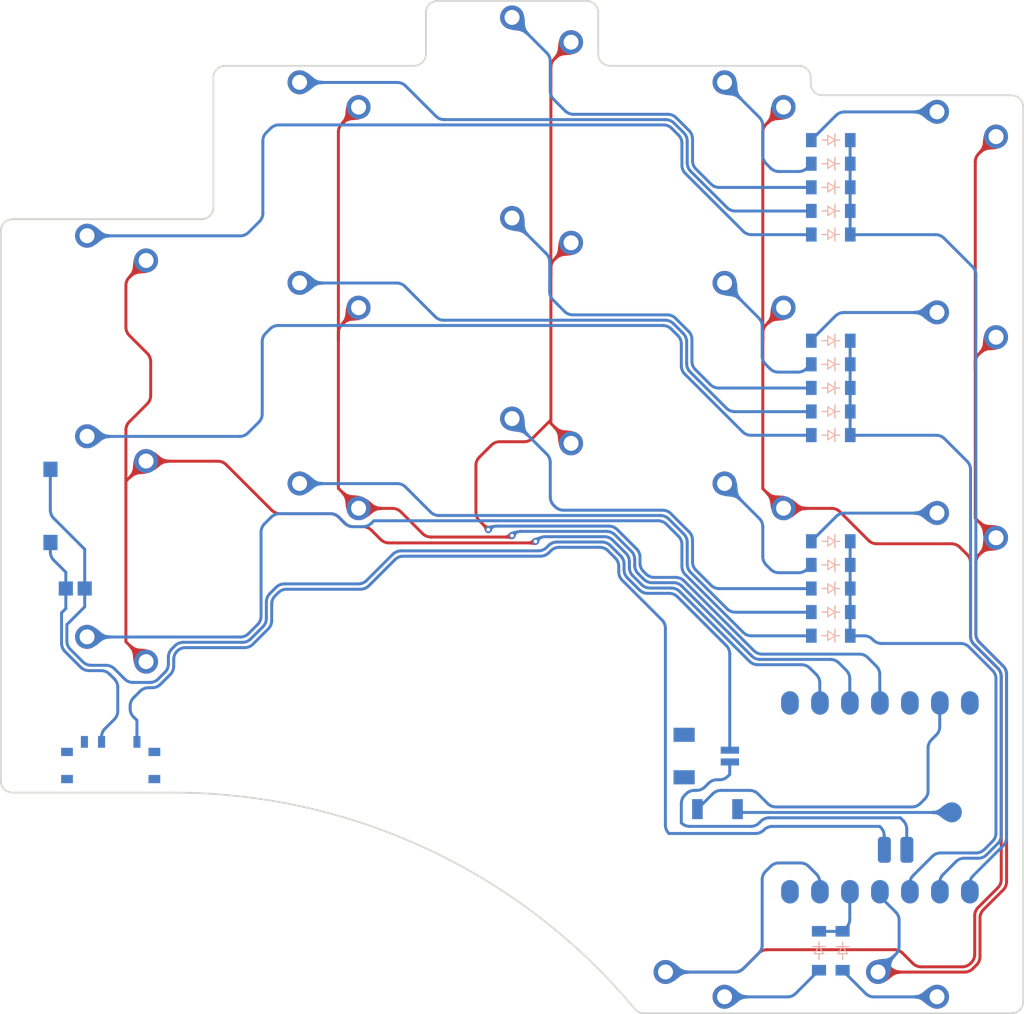
<source format=kicad_pcb>
(kicad_pcb (version 20221018) (generator pcbnew)
  (title_block (title "Dyad") (rev "v1.0.0") (company "Unknown"))
  (layers (0 "F.Cu" signal) (31 "B.Cu" signal) (34 "B.Paste" user) (35 "F.Paste" user) (36 "B.SilkS" user "B.Silkscreen") (37 "F.SilkS" user "F.Silkscreen") (38 "B.Mask" user) (39 "F.Mask" user) (44 "Edge.Cuts" user))
  (net 0 "")
  (net 1 "C4v")
  (net 2 "R2P")
  (net 3 "R1P")
  (net 4 "R0P")
  (net 5 "C3v")
  (net 6 "R2R")
  (net 7 "R1R")
  (net 8 "R0R")
  (net 9 "C2v")
  (net 10 "R2M")
  (net 11 "R1M")
  (net 12 "R0M")
  (net 13 "C1")
  (net 14 "R2I")
  (net 15 "R1I")
  (net 16 "R0I")
  (net 17 "C0")
  (net 18 "R2i")
  (net 19 "R1i")
  (net 20 "R0i")
  (net 21 "R3i")
  (net 22 "R3I")
  (net 23 "TERMP")
  (net 24 "BATM")
  (net 25 "PS_1")
  (net 26 "one")
  (net 27 "BATP")
  (net 28 "fiveV")
  (net 29 "GND")
  (net 30 "threeV")
  (net 31 "d7")
  (net 32 "R0")
  (net 33 "R1")
  (net 34 "R2")
  (net 35 "R3")
  (net 36 "d0")
  (net 37 "RST")
  (footprint "SM02_STSS_TB" (layer "F.Cu") (at 52 4.2 90)
    (fp_text reference "")
    (fp_text value "")
  )
  (footprint "ComboDiode" (layer "F.Cu") (at 64 20.7 -90)
    (fp_text reference "")
    (fp_text value "")
  )
  (footprint "ComboDiode" (layer "F.Cu") (at 63 -10 180)
    (fp_text reference "")
    (fp_text value "")
  )
  (footprint "ComboDiode" (layer "F.Cu") (at 63 -14 180)
    (fp_text reference "")
    (fp_text value "")
  )
  (footprint "PG1350" (layer "F.Cu") (at 36 -52.5)
    (fp_text reference "S9" hide)
    (fp_text value "" hide)
  )
  (footprint "ComboDiode" (layer "F.Cu") (at 63 -23 180)
    (fp_text reference "")
    (fp_text value "")
  )
  (footprint "PG1350" (layer "F.Cu") (at 0 0)
    (fp_text reference "S1" hide)
    (fp_text value "" hide)
  )
  (footprint "PG1350" (layer "F.Cu") (at 18 -47)
    (fp_text reference "S6" hide)
    (fp_text value "" hide)
  )
  (footprint "THRU-1p85mm" (layer "F.Cu") (at 76.8 23.5 180)
    (fp_text reference "")
    (fp_text value "")
  )
  (footprint "PG1350" (layer "F.Cu") (at 54 -13)
    (fp_text reference "S10" hide)
    (fp_text value "" hide)
  )
  (footprint "THRU-1p85mm" (layer "F.Cu") (at 2.6 -28)
    (fp_text reference "")
    (fp_text value "")
  )
  (footprint "bridge" (layer "F.Cu") (at -1 -10)
    (fp_text reference "")
    (fp_text value "")
  )
  (footprint "ComboDiode" (layer "F.Cu") (at 63 -31 180)
    (fp_text reference "")
    (fp_text value "")
  )
  (footprint "ComboDiode" (layer "F.Cu") (at 63 -27 180)
    (fp_text reference "")
    (fp_text value "")
  )
  (footprint "ComboDiode" (layer "F.Cu") (at 63 -29 180)
    (fp_text reference "")
    (fp_text value "")
  )
  (footprint "ComboDiode" (layer "F.Cu") (at 63 -8 180)
    (fp_text reference "")
    (fp_text value "")
  )
  (footprint "pcm12" (layer "F.Cu") (at 2 5 90)
    (fp_text reference "S20" hide)
    (fp_text value "" hide)
  )
  (footprint "ComboDiode" (layer "F.Cu") (at 63 -42 180)
    (fp_text reference "")
    (fp_text value "")
  )
  (footprint "ComboDiode" (layer "F.Cu") (at 63 -12 180)
    (fp_text reference "")
    (fp_text value "")
  )
  (footprint "THRU-1p85mm" (layer "F.Cu") (at 49.2 -51.8)
    (fp_text reference "")
    (fp_text value "")
  )
  (footprint "PG1350" (layer "F.Cu") (at 18 -30)
    (fp_text reference "S5" hide)
    (fp_text value "" hide)
  )
  (footprint "PG1350" (layer "F.Cu") (at 0 -34)
    (fp_text reference "S3" hide)
    (fp_text value "" hide)
  )
  (footprint "Reed" (layer "F.Cu") (at -3.1 -17 -90)
    (fp_text reference "")
    (fp_text value "")
  )
  (footprint "PG1350" (layer "F.Cu") (at 72 -44.5)
    (fp_text reference "S15" hide)
    (fp_text value "" hide)
  )
  (footprint "PG1350" (layer "F.Cu") (at 72 -27.5)
    (fp_text reference "S14" hide)
    (fp_text value "" hide)
  )
  (footprint "ComboDiode" (layer "F.Cu") (at 63 -25 180)
    (fp_text reference "")
    (fp_text value "")
  )
  (footprint "PG1350" (layer "F.Cu") (at 72 -10.5)
    (fp_text reference "S13" hide)
    (fp_text value "" hide)
  )
  (footprint "ComboDiode" (layer "F.Cu") (at 63 -44 180)
    (fp_text reference "")
    (fp_text value "")
  )
  (footprint "header" (layer "F.Cu") (at 67.2225 7.7)
    (fp_text reference "S21" hide)
    (fp_text value "" hide)
  )
  (footprint "PG1350" (layer "F.Cu") (at 18 -13)
    (fp_text reference "S4" hide)
    (fp_text value "" hide)
  )
  (footprint "PG1350" (layer "F.Cu") (at 72 18.7 180)
    (fp_text reference "S16" hide)
    (fp_text value "" hide)
  )
  (footprint "PG1350" (layer "F.Cu") (at 0 -17)
    (fp_text reference "S2" hide)
    (fp_text value "" hide)
  )
  (footprint "b3u1000p" (layer "F.Cu") (at 53.4 8.7)
    (fp_text reference "")
    (fp_text value "")
  )
  (footprint "ComboDiode" (layer "F.Cu") (at 63 -48 180)
    (fp_text reference "")
    (fp_text value "")
  )
  (footprint "ComboDiode" (layer "F.Cu") (at 63 -46 180)
    (fp_text reference "")
    (fp_text value "")
  )
  (footprint "THRU-1p85mm" (layer "F.Cu") (at -4.8 4.8)
    (fp_text reference "")
    (fp_text value "")
  )
  (footprint "PG1350" (layer "F.Cu") (at 36 -18.5)
    (fp_text reference "S7" hide)
    (fp_text value "" hide)
  )
  (footprint "PG1350" (layer "F.Cu") (at 54 18.7 180)
    (fp_text reference "S17" hide)
    (fp_text value "" hide)
  )
  (footprint "ComboDiode" (layer "F.Cu") (at 63 -40 180)
    (fp_text reference "")
    (fp_text value "")
  )
  (footprint "ComboDiode" (layer "F.Cu") (at 63 -6 180)
    (fp_text reference "")
    (fp_text value "")
  )
  (footprint "PG1350" (layer "F.Cu") (at 36 -35.5)
    (fp_text reference "S8" hide)
    (fp_text value "" hide)
  )
  (footprint "THRU-1p85mm" (layer "F.Cu") (at -4.8 -38.8)
    (fp_text reference "")
    (fp_text value "")
  )
  (footprint "PG1350" (layer "F.Cu") (at 54 -47)
    (fp_text reference "S12" hide)
    (fp_text value "" hide)
  )
  (footprint "ComboDiode" (layer "F.Cu") (at 62 20.7 -90)
    (fp_text reference "")
    (fp_text value "")
  )
  (footprint "PG1350" (layer "F.Cu") (at 54 -30)
    (fp_text reference "S11" hide)
    (fp_text value "" hide)
  )
  (footprint "THRU-1p85mm" (layer "F.Cu") (at 53.4 13.2 180)
    (fp_text reference "")
    (fp_text value "")
  )
  (gr_arc (start 44.3 -54.3) (mid 43.592893 -54.592893) (end 43.3 -55.3) (stroke (width 0.15)) (layer "Edge.Cuts"))
  (gr_line (start -7.3 6.3) (end -7.3 -40.3) (stroke (width 0.15)) (layer "Edge.Cuts"))
  (gr_arc (start 7.3 7.3) (mid 28.894971 12.112552) (end 46.402913 25.639393) (stroke (width 0.15)) (layer "Edge.Cuts"))
  (gr_arc (start 47.171794 26.000001) (mid 46.747172 25.905372) (end 46.402913 25.639393) (stroke (width 0.15)) (layer "Edge.Cuts"))
  (gr_line (start 28.7 -55.3) (end 28.7 -58.8) (stroke (width 0.15)) (layer "Edge.Cuts"))
  (gr_arc (start 28.7 -58.8) (mid 28.992893 -59.507107) (end 29.7 -59.8) (stroke (width 0.15)) (layer "Edge.Cuts"))
  (gr_arc (start 60.3 -54.3) (mid 61.007107 -54.007107) (end 61.3 -53.3) (stroke (width 0.15)) (layer "Edge.Cuts"))
  (gr_arc (start -7.3 -40.3) (mid -7.007107 -41.007107) (end -6.3 -41.3) (stroke (width 0.15)) (layer "Edge.Cuts"))
  (gr_arc (start 78.3 -51.8) (mid 79.007107 -51.507107) (end 79.3 -50.8) (stroke (width 0.15)) (layer "Edge.Cuts"))
  (gr_line (start 10.7 -42.3) (end 10.7 -53.3) (stroke (width 0.15)) (layer "Edge.Cuts"))
  (gr_line (start 79.3 -50.8) (end 79.3 25) (stroke (width 0.15)) (layer "Edge.Cuts"))
  (gr_arc (start 42.3 -59.8) (mid 43.007107 -59.507107) (end 43.3 -58.8) (stroke (width 0.15)) (layer "Edge.Cuts"))
  (gr_line (start -6.3 -41.3) (end 9.7 -41.3) (stroke (width 0.15)) (layer "Edge.Cuts"))
  (gr_line (start 78.3 26) (end 47.171794 26) (stroke (width 0.15)) (layer "Edge.Cuts"))
  (gr_line (start 62.3 -51.8) (end 78.3 -51.8) (stroke (width 0.15)) (layer "Edge.Cuts"))
  (gr_arc (start 79.3 25) (mid 79.007107 25.707107) (end 78.3 26) (stroke (width 0.15)) (layer "Edge.Cuts"))
  (gr_line (start 7.3 7.3) (end -6.3 7.3) (stroke (width 0.15)) (layer "Edge.Cuts"))
  (gr_line (start 61.3 -53.3) (end 61.3 -52.8) (stroke (width 0.15)) (layer "Edge.Cuts"))
  (gr_arc (start 62.3 -51.8) (mid 61.592893 -52.092893) (end 61.3 -52.8) (stroke (width 0.15)) (layer "Edge.Cuts"))
  (gr_line (start 44.3 -54.3) (end 60.3 -54.3) (stroke (width 0.15)) (layer "Edge.Cuts"))
  (gr_line (start 11.7 -54.3) (end 27.7 -54.3) (stroke (width 0.15)) (layer "Edge.Cuts"))
  (gr_line (start 29.7 -59.8) (end 42.3 -59.8) (stroke (width 0.15)) (layer "Edge.Cuts"))
  (gr_line (start 43.3 -58.8) (end 43.3 -55.3) (stroke (width 0.15)) (layer "Edge.Cuts"))
  (gr_arc (start 10.7 -42.3) (mid 10.407107 -41.592893) (end 9.7 -41.3) (stroke (width 0.15)) (layer "Edge.Cuts"))
  (gr_arc (start 28.7 -55.3) (mid 28.407107 -54.592893) (end 27.7 -54.3) (stroke (width 0.15)) (layer "Edge.Cuts"))
  (gr_arc (start 10.7 -53.3) (mid 10.992893 -54.007107) (end 11.7 -54.3) (stroke (width 0.15)) (layer "Edge.Cuts"))
  (gr_arc (start -6.3 7.3) (mid -7.007107 7.007107) (end -7.3 6.3) (stroke (width 0.15)) (layer "Edge.Cuts"))
  (segment (start 20.624592 -16.338662) (end 16.35302 -16.338662) (width 0.25) (layer "F.Cu") (net 1))
  (segment (start 4.988806 -3.788662) (end 3.288806 -5.488662) (width 0.25) (layer "F.Cu") (net 1))
  (segment (start 24.870913 -14.156555) (end 24.081699 -14.945769) (width 0.25) (layer "F.Cu") (net 1))
  (segment (start 3.288806 -9.938662) (end 3.288806 -5.788662) (width 0.25) (layer "F.Cu") (net 1))
  (segment (start 21.845913 -15.531555) (end 21.331699 -16.045769) (width 0.25) (layer "F.Cu") (net 1))
  (segment (start 3.288806 -19.088662) (end 3.288806 -18.038662) (width 0.25) (layer "F.Cu") (net 1))
  (segment (start 37.863806 -13.863662) (end 25.888806 -13.863662) (width 0.25) (layer "F.Cu") (net 1))
  (segment (start 25.888806 -13.863662) (end 25.57802 -13.863662) (width 0.25) (layer "F.Cu") (net 1))
  (segment (start 4.988806 -20.788662) (end 3.288806 -19.088662) (width 0.25) (layer "F.Cu") (net 1))
  (segment (start 3.581699 -24.131555) (end 5.095913 -25.645769) (width 0.25) (layer "F.Cu") (net 1))
  (segment (start 37.988806 -13.988662) (end 37.863806 -13.863662) (width 0.25) (layer "F.Cu") (net 1))
  (segment (start 3.288806 -19.088662) (end 3.288806 -23.424448) (width 0.25) (layer "F.Cu") (net 1))
  (segment (start 5.095913 -29.931555) (end 3.581699 -31.445769) (width 0.25) (layer "F.Cu") (net 1))
  (segment (start 15.645913 -16.631555) (end 11.781699 -20.495769) (width 0.25) (layer "F.Cu") (net 1))
  (segment (start 3.288806 -18.038662) (end 3.288806 -9.938662) (width 0.25) (layer "F.Cu") (net 1))
  (segment (start 3.288806 -32.152876) (end 3.288806 -35.674448) (width 0.25) (layer "F.Cu") (net 1))
  (segment (start 5.388806 -26.352876) (end 5.388806 -29.224448) (width 0.25) (layer "F.Cu") (net 1))
  (segment (start 11.074592 -20.788662) (end 4.988806 -20.788662) (width 0.25) (layer "F.Cu") (net 1))
  (segment (start 3.581699 -36.381555) (end 4.988806 -37.788662) (width 0.25) (layer "F.Cu") (net 1))
  (segment (start 23.374592 -15.238662) (end 22.55302 -15.238662) (width 0.25) (layer "F.Cu") (net 1))
  (segment (start 3.288806 -5.488662) (end 3.288806 -5.788662) (width 0.25) (layer "F.Cu") (net 1))
  (via (at 37.988806 -13.988662) (size 0.6) (drill 0.3) (layers "F.Cu" "B.Cu") (net 1))
  (arc (start 3.288806 -32.152876) (mid 3.364926 -31.770193) (end 3.581699 -31.445769) (width 0.25) (layer "F.Cu") (net 1))
  (arc (start 24.081699 -14.945769) (mid 23.757276 -15.162542) (end 23.374592 -15.238662) (width 0.25) (layer "F.Cu") (net 1))
  (arc (start 3.581699 -36.381555) (mid 3.364926 -36.057132) (end 3.288806 -35.674448) (width 0.25) (layer "F.Cu") (net 1))
  (arc (start 21.331699 -16.045769) (mid 21.007276 -16.262542) (end 20.624592 -16.338662) (width 0.25) (layer "F.Cu") (net 1))
  (arc (start 5.388806 -29.224448) (mid 5.312686 -29.607131) (end 5.095913 -29.931555) (width 0.25) (layer "F.Cu") (net 1))
  (arc (start 5.388806 -26.352876) (mid 5.312686 -25.970193) (end 5.095913 -25.645769) (width 0.25) (layer "F.Cu") (net 1))
  (arc (start 3.288806 -23.424448) (mid 3.364926 -23.807131) (end 3.581699 -24.131555) (width 0.25) (layer "F.Cu") (net 1))
  (arc (start 11.074592 -20.788662) (mid 11.457275 -20.712542) (end 11.781699 -20.495769) (width 0.25) (layer "F.Cu") (net 1))
  (arc (start 25.57802 -13.863662) (mid 25.195337 -13.939782) (end 24.870913 -14.156555) (width 0.25) (layer "F.Cu") (net 1))
  (arc (start 16.35302 -16.338662) (mid 15.970337 -16.414782) (end 15.645913 -16.631555) (width 0.25) (layer "F.Cu") (net 1))
  (arc (start 21.845913 -15.531555) (mid 22.170336 -15.314782) (end 22.55302 -15.238662) (width 0.25) (layer "F.Cu") (net 1))
  (segment (start 42.888806 -14.388662) (end 43.824592 -14.388662) (width 0.25) (layer "B.Cu") (net 1))
  (segment (start 45.938806 -12.274448) (end 45.938806 -11.780084) (width 0.25) (layer "B.Cu") (net 1))
  (segment (start 44.531699 -14.095769) (end 45.645913 -12.981555) (width 0.25) (layer "B.Cu") (net 1))
  (segment (start 56.82104 -3.538662) (end 60.524592 -3.538662) (width 0.25) (layer "B.Cu") (net 1))
  (segment (start 47.680228 -10.038662) (end 49.492612 -10.038662) (width 0.25) (layer "B.Cu") (net 1))
  (segment (start 46.231699 -11.072977) (end 46.973121 -10.331555) (width 0.25) (layer "B.Cu") (net 1))
  (segment (start 37.988806 -13.988662) (end 38.095913 -14.095769) (width 0.25) (layer "B.Cu") (net 1))
  (segment (start 62.067786 -1.995468) (end 62.067786 0.091338) (width 0.25) (layer "B.Cu") (net 1))
  (segment (start 50.199719 -9.745769) (end 56.113933 -3.831555) (width 0.25) (layer "B.Cu") (net 1))
  (segment (start 61.231699 -3.245769) (end 61.774893 -2.702575) (width 0.25) (layer "B.Cu") (net 1))
  (segment (start 38.80302 -14.388662) (end 42.888806 -14.388662) (width 0.25) (layer "B.Cu") (net 1))
  (arc (start 44.531699 -14.095769) (mid 44.207276 -14.312542) (end 43.824592 -14.388662) (width 0.25) (layer "B.Cu") (net 1))
  (arc (start 45.645913 -12.981555) (mid 45.862686 -12.657132) (end 45.938806 -12.274448) (width 0.25) (layer "B.Cu") (net 1))
  (arc (start 46.973121 -10.331555) (mid 47.297544 -10.114782) (end 47.680228 -10.038662) (width 0.25) (layer "B.Cu") (net 1))
  (arc (start 49.492612 -10.038662) (mid 49.875295 -9.962542) (end 50.199719 -9.745769) (width 0.25) (layer "B.Cu") (net 1))
  (arc (start 60.524592 -3.538662) (mid 60.907276 -3.462542) (end 61.231699 -3.245769) (width 0.25) (layer "B.Cu") (net 1))
  (arc (start 38.095913 -14.095769) (mid 38.420336 -14.312542) (end 38.80302 -14.388662) (width 0.25) (layer "B.Cu") (net 1))
  (arc (start 61.774893 -2.702575) (mid 61.991666 -2.378151) (end 62.067786 -1.995468) (width 0.25) (layer "B.Cu") (net 1))
  (arc (start 45.938806 -11.780084) (mid 46.014926 -11.397401) (end 46.231699 -11.072977) (width 0.25) (layer "B.Cu") (net 1))
  (arc (start 56.113933 -3.831555) (mid 56.438357 -3.614782) (end 56.82104 -3.538662) (width 0.25) (layer "B.Cu") (net 1))
  (segment (start 21.306699 -16.045769) (end 21.820913 -15.531555) (width 0.25) (layer "B.Cu") (net 2))
  (segment (start 56.280228 -5.988662) (end 61.338806 -5.988662) (width 0.25) (layer "B.Cu") (net 2))
  (segment (start 50.388806 -13.724448) (end 50.388806 -11.880084) (width 0.25) (layer "B.Cu") (net 2))
  (segment (start 24.288806 -15.738662) (end 48.374592 -15.738662) (width 0.25) (layer "B.Cu") (net 2))
  (segment (start 16.30302 -16.338662) (end 20.599592 -16.338662) (width 0.25) (layer "B.Cu") (net 2))
  (segment (start 15.031699 -15.481555) (end 15.595913 -16.045769) (width 0.25) (layer "B.Cu") (net 2))
  (segment (start 49.081699 -15.445769) (end 50.095913 -14.431555) (width 0.25) (layer "B.Cu") (net 2))
  (segment (start 22.52802 -15.238662) (end 23.374592 -15.238662) (width 0.25) (layer "B.Cu") (net 2))
  (segment (start 50.681699 -11.172977) (end 55.573121 -6.281555) (width 0.25) (layer "B.Cu") (net 2))
  (segment (start -0.011194 -5.888662) (end 12.974592 -5.888662) (width 0.25) (layer "B.Cu") (net 2))
  (segment (start 24.081699 -15.531555) (end 24.288806 -15.738662) (width 0.25) (layer "B.Cu") (net 2))
  (segment (start 14.738806 -7.652876) (end 14.738806 -14.774448) (width 0.25) (layer "B.Cu") (net 2))
  (segment (start 13.681699 -6.181555) (end 14.445913 -6.945769) (width 0.25) (layer "B.Cu") (net 2))
  (arc (start 21.820913 -15.531555) (mid 22.145336 -15.314782) (end 22.52802 -15.238662) (width 0.25) (layer "B.Cu") (net 2))
  (arc (start 56.280228 -5.988662) (mid 55.897545 -6.064782) (end 55.573121 -6.281555) (width 0.25) (layer "B.Cu") (net 2))
  (arc (start 49.081699 -15.445769) (mid 48.757276 -15.662542) (end 48.374592 -15.738662) (width 0.25) (layer "B.Cu") (net 2))
  (arc (start 50.388806 -13.724448) (mid 50.312686 -14.107131) (end 50.095913 -14.431555) (width 0.25) (layer "B.Cu") (net 2))
  (arc (start 21.306699 -16.045769) (mid 20.982276 -16.262542) (end 20.599592 -16.338662) (width 0.25) (layer "B.Cu") (net 2))
  (arc (start 50.388806 -11.880084) (mid 50.464926 -11.497401) (end 50.681699 -11.172977) (width 0.25) (layer "B.Cu") (net 2))
  (arc (start 24.081699 -15.531555) (mid 23.757276 -15.314782) (end 23.374592 -15.238662) (width 0.25) (layer "B.Cu") (net 2))
  (arc (start 12.974592 -5.888662) (mid 13.357275 -5.964782) (end 13.681699 -6.181555) (width 0.25) (layer "B.Cu") (net 2))
  (arc (start 14.738806 -14.774448) (mid 14.814926 -15.157131) (end 15.031699 -15.481555) (width 0.25) (layer "B.Cu") (net 2))
  (arc (start 14.738806 -7.652876) (mid 14.662686 -7.270193) (end 14.445913 -6.945769) (width 0.25) (layer "B.Cu") (net 2))
  (arc (start 15.595913 -16.045769) (mid 15.920336 -16.262542) (end 16.30302 -16.338662) (width 0.25) (layer "B.Cu") (net 2))
  (segment (start 49.481699 -31.995769) (end 50.045913 -31.431555) (width 0.25) (layer "B.Cu") (net 3))
  (segment (start 50.631699 -28.172977) (end 55.523121 -23.281555) (width 0.25) (layer "B.Cu") (net 3))
  (segment (start 14.838806 -24.802876) (end 14.838806 -30.924448) (width 0.25) (layer "B.Cu") (net 3))
  (segment (start 16.20302 -32.288662) (end 48.774592 -32.288662) (width 0.25) (layer "B.Cu") (net 3))
  (segment (start -0.061194 -22.888662) (end 12.924592 -22.888662) (width 0.25) (layer "B.Cu") (net 3))
  (segment (start 13.631699 -23.181555) (end 14.545913 -24.095769) (width 0.25) (layer "B.Cu") (net 3))
  (segment (start 56.230228 -22.988662) (end 61.288806 -22.988662) (width 0.25) (layer "B.Cu") (net 3))
  (segment (start 50.338806 -30.724448) (end 50.338806 -28.880084) (width 0.25) (layer "B.Cu") (net 3))
  (segment (start 15.131699 -31.631555) (end 15.495913 -31.995769) (width 0.25) (layer "B.Cu") (net 3))
  (arc (start 15.131699 -31.631555) (mid 14.914926 -31.307132) (end 14.838806 -30.924448) (width 0.25) (layer "B.Cu") (net 3))
  (arc (start 16.20302 -32.288662) (mid 15.820337 -32.212542) (end 15.495913 -31.995769) (width 0.25) (layer "B.Cu") (net 3))
  (arc (start 13.631699 -23.181555) (mid 13.307276 -22.964782) (end 12.924592 -22.888662) (width 0.25) (layer "B.Cu") (net 3))
  (arc (start 50.045913 -31.431555) (mid 50.262686 -31.107132) (end 50.338806 -30.724448) (width 0.25) (layer "B.Cu") (net 3))
  (arc (start 49.481699 -31.995769) (mid 49.157276 -32.212542) (end 48.774592 -32.288662) (width 0.25) (layer "B.Cu") (net 3))
  (arc (start 50.631699 -28.172977) (mid 50.414926 -28.4974) (end 50.338806 -28.880084) (width 0.25) (layer "B.Cu") (net 3))
  (arc (start 14.545913 -24.095769) (mid 14.762686 -24.420192) (end 14.838806 -24.802876) (width 0.25) (layer "B.Cu") (net 3))
  (arc (start 56.230228 -22.988662) (mid 55.847545 -23.064782) (end 55.523121 -23.281555) (width 0.25) (layer "B.Cu") (net 3))
  (segment (start -0.011194 -39.888662) (end 12.974592 -39.888662) (width 0.25) (layer "B.Cu") (net 4))
  (segment (start 49.531699 -48.995769) (end 50.095913 -48.431555) (width 0.25) (layer "B.Cu") (net 4))
  (segment (start 50.388806 -47.724448) (end 50.388806 -45.880084) (width 0.25) (layer "B.Cu") (net 4))
  (segment (start 15.181699 -48.631555) (end 15.545913 -48.995769) (width 0.25) (layer "B.Cu") (net 4))
  (segment (start 16.25302 -49.288662) (end 48.824592 -49.288662) (width 0.25) (layer "B.Cu") (net 4))
  (segment (start 56.280228 -39.988662) (end 61.338806 -39.988662) (width 0.25) (layer "B.Cu") (net 4))
  (segment (start 50.681699 -45.172977) (end 55.573121 -40.281555) (width 0.25) (layer "B.Cu") (net 4))
  (segment (start 14.888806 -41.802876) (end 14.888806 -47.924448) (width 0.25) (layer "B.Cu") (net 4))
  (segment (start 13.681699 -40.181555) (end 14.595913 -41.095769) (width 0.25) (layer "B.Cu") (net 4))
  (arc (start 15.181699 -48.631555) (mid 14.964926 -48.307132) (end 14.888806 -47.924448) (width 0.25) (layer "B.Cu") (net 4))
  (arc (start 49.531699 -48.995769) (mid 49.207276 -49.212542) (end 48.824592 -49.288662) (width 0.25) (layer "B.Cu") (net 4))
  (arc (start 50.681699 -45.172977) (mid 50.464926 -45.4974) (end 50.388806 -45.880084) (width 0.25) (layer "B.Cu") (net 4))
  (arc (start 13.681699 -40.181555) (mid 13.357276 -39.964782) (end 12.974592 -39.888662) (width 0.25) (layer "B.Cu") (net 4))
  (arc (start 50.095913 -48.431555) (mid 50.312686 -48.107132) (end 50.388806 -47.724448) (width 0.25) (layer "B.Cu") (net 4))
  (arc (start 14.595913 -41.095769) (mid 14.812686 -41.420192) (end 14.888806 -41.802876) (width 0.25) (layer "B.Cu") (net 4))
  (arc (start 15.545913 -48.995769) (mid 15.870336 -49.212542) (end 16.25302 -49.288662) (width 0.25) (layer "B.Cu") (net 4))
  (arc (start 55.573121 -40.281555) (mid 55.897544 -40.064782) (end 56.280228 -39.988662) (width 0.25) (layer "B.Cu") (net 4))
  (segment (start 29.12802 -14.363662) (end 35.863806 -14.363662) (width 0.25) (layer "F.Cu") (net 5))
  (segment (start 21.288806 -31.674448) (end 21.288806 -31.038662) (width 0.25) (layer "F.Cu") (net 5))
  (segment (start 22.988806 -33.788662) (end 21.581699 -32.381555) (width 0.25) (layer "F.Cu") (net 5))
  (segment (start 22.988806 -16.788662) (end 21.288806 -18.488662) (width 0.25) (layer "F.Cu") (net 5))
  (segment (start 21.288806 -48.674448) (end 21.288806 -31.038662) (width 0.25) (layer "F.Cu") (net 5))
  (segment (start 21.288806 -31.038662) (end 21.288806 -18.788662) (width 0.25) (layer "F.Cu") (net 5))
  (segment (start 21.288806 -18.488662) (end 21.288806 -18.788662) (width 0.25) (layer "F.Cu") (net 5))
  (segment (start 26.581699 -16.495769) (end 28.420913 -14.656555) (width 0.25) (layer "F.Cu") (net 5))
  (segment (start 22.988806 -50.788662) (end 21.581699 -49.381555) (width 0.25) (layer "F.Cu") (net 5))
  (segment (start 35.863806 -14.363662) (end 35.988806 -14.488662) (width 0.25) (layer "F.Cu") (net 5))
  (segment (start 25.874592 -16.788662) (end 22.988806 -16.788662) (width 0.25) (layer "F.Cu") (net 5))
  (via (at 36 -14.488162) (size 0.6) (drill 0.3) (layers "F.Cu" "B.Cu") (net 5))
  (arc (start 21.288806 -48.674448) (mid 21.364926 -49.057131) (end 21.581699 -49.381555) (width 0.25) (layer "F.Cu") (net 5))
  (arc (start 25.874592 -16.788662) (mid 26.257275 -16.712542) (end 26.581699 -16.495769) (width 0.25) (layer "F.Cu") (net 5))
  (arc (start 21.288806 -31.674448) (mid 21.364926 -32.057131) (end 21.581699 -32.381555) (width 0.25) (layer "F.Cu") (net 5))
  (arc (start 28.420913 -14.656555) (mid 28.745336 -14.439782) (end 29.12802 -14.363662) (width 0.25) (layer "F.Cu") (net 5))
  (segment (start 44.718095 -14.545769) (end 46.095913 -13.167951) (width 0.25) (layer "B.Cu") (net 5))
  (segment (start 47.866624 -10.488662) (end 49.679008 -10.488662) (width 0.25) (layer "B.Cu") (net 5))
  (segment (start 35.988806 -14.488662) (end 36.045913 -14.545769) (width 0.25) (layer "B.Cu") (net 5))
  (segment (start 63.681699 -3.695769) (end 64.314893 -3.062575) (width 0.25) (layer "B.Cu") (net 5))
  (segment (start 36.75302 -14.838662) (end 44.010988 -14.838662) (width 0.25) (layer "B.Cu") (net 5))
  (segment (start 64.607786 -2.355468) (end 64.607786 0.091338) (width 0.25) (layer "B.Cu") (net 5))
  (segment (start 50.386115 -10.195769) (end 56.300329 -4.281555) (width 0.25) (layer "B.Cu") (net 5))
  (segment (start 57.007436 -3.988662) (end 62.974592 -3.988662) (width 0.25) (layer "B.Cu") (net 5))
  (segment (start 46.681699 -11.259373) (end 47.159517 -10.781555) (width 0.25) (layer "B.Cu") (net 5))
  (segment (start 46.388806 -12.460844) (end 46.388806 -11.96648) (width 0.25) (layer "B.Cu") (net 5))
  (arc (start 56.300329 -4.281555) (mid 56.624752 -4.064782) (end 57.007436 -3.988662) (width 0.25) (layer "B.Cu") (net 5))
  (arc (start 36.045913 -14.545769) (mid 36.370336 -14.762542) (end 36.75302 -14.838662) (width 0.25) (layer "B.Cu") (net 5))
  (arc (start 47.159517 -10.781555) (mid 47.483941 -10.564782) (end 47.866624 -10.488662) (width 0.25) (layer "B.Cu") (net 5))
  (arc (start 62.974592 -3.988662) (mid 63.357276 -3.912542) (end 63.681699 -3.695769) (width 0.25) (layer "B.Cu") (net 5))
  (arc (start 46.095913 -13.167951) (mid 46.312686 -12.843528) (end 46.388806 -12.460844) (width 0.25) (layer "B.Cu") (net 5))
  (arc (start 46.388806 -11.96648) (mid 46.464926 -11.583797) (end 46.681699 -11.259373) (width 0.25) (layer "B.Cu") (net 5))
  (arc (start 49.679008 -10.488662) (mid 50.061692 -10.412542) (end 50.386115 -10.195769) (width 0.25) (layer "B.Cu") (net 5))
  (arc (start 44.718095 -14.545769) (mid 44.393672 -14.762542) (end 44.010988 -14.838662) (width 0.25) (layer "B.Cu") (net 5))
  (arc (start 64.314893 -3.062575) (mid 64.531666 -2.738152) (end 64.607786 -2.355468) (width 0.25) (layer "B.Cu") (net 5))
  (segment (start 49.268095 -15.895769) (end 50.545913 -14.617951) (width 0.25) (layer "B.Cu") (net 6))
  (segment (start 17.988806 -18.888662) (end 26.274592 -18.888662) (width 0.25) (layer "B.Cu") (net 6))
  (segment (start 54.916624 -7.988662) (end 61.338806 -7.988662) (width 0.25) (layer "B.Cu") (net 6))
  (segment (start 50.838806 -13.910844) (end 50.838806 -12.06648) (width 0.25) (layer "B.Cu") (net 6))
  (segment (start 29.80302 -16.188662) (end 48.560988 -16.188662) (width 0.25) (layer "B.Cu") (net 6))
  (segment (start 51.131699 -11.359373) (end 54.209517 -8.281555) (width 0.25) (layer "B.Cu") (net 6))
  (segment (start 26.981699 -18.595769) (end 29.095913 -16.481555) (width 0.25) (layer "B.Cu") (net 6))
  (arc (start 54.916624 -7.988662) (mid 54.533941 -8.064782) (end 54.209517 -8.281555) (width 0.25) (layer "B.Cu") (net 6))
  (arc (start 29.80302 -16.188662) (mid 29.420337 -16.264782) (end 29.095913 -16.481555) (width 0.25) (layer "B.Cu") (net 6))
  (arc (start 26.274592 -18.888662) (mid 26.657275 -18.812542) (end 26.981699 -18.595769) (width 0.25) (layer "B.Cu") (net 6))
  (arc (start 49.268095 -15.895769) (mid 48.943672 -16.112542) (end 48.560988 -16.188662) (width 0.25) (layer "B.Cu") (net 6))
  (arc (start 50.838806 -12.06648) (mid 50.914926 -11.683797) (end 51.131699 -11.359373) (width 0.25) (layer "B.Cu") (net 6))
  (arc (start 50.838806 -13.910844) (mid 50.762686 -14.293527) (end 50.545913 -14.617951) (width 0.25) (layer "B.Cu") (net 6))
  (segment (start 54.866624 -24.988662) (end 61.288806 -24.988662) (width 0.25) (layer "B.Cu") (net 7))
  (segment (start 30.20302 -32.738662) (end 48.960988 -32.738662) (width 0.25) (layer "B.Cu") (net 7))
  (segment (start 51.081699 -28.359373) (end 54.159517 -25.281555) (width 0.25) (layer "B.Cu") (net 7))
  (segment (start 49.668095 -32.445769) (end 50.495913 -31.617951) (width 0.25) (layer "B.Cu") (net 7))
  (segment (start 17.938806 -35.888662) (end 26.224592 -35.888662) (width 0.25) (layer "B.Cu") (net 7))
  (segment (start 50.788806 -30.910844) (end 50.788806 -29.06648) (width 0.25) (layer "B.Cu") (net 7))
  (segment (start 26.931699 -35.595769) (end 29.495913 -33.031555) (width 0.25) (layer "B.Cu") (net 7))
  (arc (start 29.495913 -33.031555) (mid 29.820336 -32.814782) (end 30.20302 -32.738662) (width 0.25) (layer "B.Cu") (net 7))
  (arc (start 54.866624 -24.988662) (mid 54.483941 -25.064782) (end 54.159517 -25.281555) (width 0.25) (layer "B.Cu") (net 7))
  (arc (start 50.788806 -29.06648) (mid 50.864926 -28.683797) (end 51.081699 -28.359373) (width 0.25) (layer "B.Cu") (net 7))
  (arc (start 26.931699 -35.595769) (mid 26.607276 -35.812542) (end 26.224592 -35.888662) (width 0.25) (layer "B.Cu") (net 7))
  (arc (start 50.788806 -30.910844) (mid 50.712686 -31.293527) (end 50.495913 -31.617951) (width 0.25) (layer "B.Cu") (net 7))
  (arc (start 48.960988 -32.738662) (mid 49.343671 -32.662542) (end 49.668095 -32.445769) (width 0.25) (layer "B.Cu") (net 7))
  (segment (start 54.916624 -41.988662) (end 61.338806 -41.988662) (width 0.25) (layer "B.Cu") (net 8))
  (segment (start 26.981699 -52.595769) (end 29.545913 -50.031555) (width 0.25) (layer "B.Cu") (net 8))
  (segment (start 49.718095 -49.445769) (end 50.545913 -48.617951) (width 0.25) (layer "B.Cu") (net 8))
  (segment (start 17.988806 -52.888662) (end 26.274592 -52.888662) (width 0.25) (layer "B.Cu") (net 8))
  (segment (start 50.838806 -47.910844) (end 50.838806 -46.06648) (width 0.25) (layer "B.Cu") (net 8))
  (segment (start 51.131699 -45.359373) (end 54.209517 -42.281555) (width 0.25) (layer "B.Cu") (net 8))
  (segment (start 30.25302 -49.738662) (end 49.010988 -49.738662) (width 0.25) (layer "B.Cu") (net 8))
  (arc (start 49.718095 -49.445769) (mid 49.393672 -49.662542) (end 49.010988 -49.738662) (width 0.25) (layer "B.Cu") (net 8))
  (arc (start 54.916624 -41.988662) (mid 54.533941 -42.064782) (end 54.209517 -42.281555) (width 0.25) (layer "B.Cu") (net 8))
  (arc (start 50.838806 -46.06648) (mid 50.914926 -45.683797) (end 51.131699 -45.359373) (width 0.25) (layer "B.Cu") (net 8))
  (arc (start 26.274592 -52.888662) (mid 26.657275 -52.812542) (end 26.981699 -52.595769) (width 0.25) (layer "B.Cu") (net 8))
  (arc (start 30.25302 -49.738662) (mid 29.870337 -49.814782) (end 29.545913 -50.031555) (width 0.25) (layer "B.Cu") (net 8))
  (arc (start 50.545913 -48.617951) (mid 50.762686 -48.293528) (end 50.838806 -47.910844) (width 0.25) (layer "B.Cu") (net 8))
  (segment (start 40.988806 -22.288662) (end 39.288806 -23.988662) (width 0.25) (layer "F.Cu") (net 9))
  (segment (start 34.245913 -22.145769) (end 33.231699 -21.131555) (width 0.25) (layer "F.Cu") (net 9))
  (segment (start 39.288806 -36.538662) (end 39.288806 -24.288662) (width 0.25) (layer "F.Cu") (net 9))
  (segment (start 33.231699 -15.745769) (end 33.988806 -14.988662) (width 0.25) (layer "F.Cu") (net 9))
  (segment (start 40.988806 -39.288662) (end 39.581699 -37.881555) (width 0.25) (layer "F.Cu") (net 9))
  (segment (start 32.938806 -20.424448) (end 32.938806 -16.452876) (width 0.25) (layer "F.Cu") (net 9))
  (segment (start 39.288806 -37.174448) (end 39.288806 -36.538662) (width 0.25) (layer "F.Cu") (net 9))
  (segment (start 40.988806 -56.288662) (end 39.581699 -54.881555) (width 0.25) (layer "F.Cu") (net 9))
  (segment (start 39.288806 -54.174448) (end 39.288806 -36.538662) (width 0.25) (layer "F.Cu") (net 9))
  (segment (start 39.288806 -23.988662) (end 39.288806 -24.288662) (width 0.25) (layer "F.Cu") (net 9))
  (segment (start 39.288806 -24.288662) (end 37.731699 -22.731555) (width 0.25) (layer "F.Cu") (net 9))
  (segment (start 37.024592 -22.438662) (end 34.95302 -22.438662) (width 0.25) (layer "F.Cu") (net 9))
  (via (at 33.988806 -14.988662) (size 0.6) (drill 0.3) (layers "F.Cu" "B.Cu") (net 9))
  (arc (start 33.231699 -21.131555) (mid 33.014926 -20.807132) (end 32.938806 -20.424448) (width 0.25) (layer "F.Cu") (net 9))
  (arc (start 39.288806 -37.174448) (mid 39.364926 -37.557131) (end 39.581699 -37.881555) (width 0.25) (layer "F.Cu") (net 9))
  (arc (start 39.288806 -54.174448) (mid 39.364926 -54.557131) (end 39.581699 -54.881555) (width 0.25) (layer "F.Cu") (net 9))
  (arc (start 33.231699 -15.745769) (mid 33.014926 -16.070192) (end 32.938806 -16.452876) (width 0.25) (layer "F.Cu") (net 9))
  (arc (start 37.731699 -22.731555) (mid 37.407276 -22.514782) (end 37.024592 -22.438662) (width 0.25) (layer "F.Cu") (net 9))
  (arc (start 34.95302 -22.438662) (mid 34.570337 -22.362542) (end 34.245913 -22.145769) (width 0.25) (layer "F.Cu") (net 9))
  (segment (start 34.70302 -15.288662) (end 44.197384 -15.288662) (width 0.25) (layer "B.Cu") (net 9))
  (segment (start 66.131699 -4.145769) (end 66.854893 -3.422575) (width 0.25) (layer "B.Cu") (net 9))
  (segment (start 50.572511 -10.645769) (end 56.486725 -4.731555) (width 0.25) (layer "B.Cu") (net 9))
  (segment (start 67.147786 -2.715468) (end 67.147786 0.091338) (width 0.25) (layer "B.Cu") (net 9))
  (segment (start 47.131699 -11.445769) (end 47.345913 -11.231555) (width 0.25) (layer "B.Cu") (net 9))
  (segment (start 46.838806 -12.64724) (end 46.838806 -12.152876) (width 0.25) (layer "B.Cu") (net 9))
  (segment (start 33.988806 -14.988662) (end 33.995913 -14.995769) (width 0.25) (layer "B.Cu") (net 9))
  (segment (start 44.904491 -14.995769) (end 46.545913 -13.354347) (width 0.25) (layer "B.Cu") (net 9))
  (segment (start 48.05302 -10.938662) (end 49.865404 -10.938662) (width 0.25) (layer "B.Cu") (net 9))
  (segment (start 57.193832 -4.438662) (end 65.424592 -4.438662) (width 0.25) (layer "B.Cu") (net 9))
  (arc (start 33.995913 -14.995769) (mid 34.320337 -15.212542) (end 34.70302 -15.288662) (width 0.25) (layer "B.Cu") (net 9))
  (arc (start 56.486725 -4.731555) (mid 56.811149 -4.514782) (end 57.193832 -4.438662) (width 0.25) (layer "B.Cu") (net 9))
  (arc (start 65.424592 -4.438662) (mid 65.807275 -4.362542) (end 66.131699 -4.145769) (width 0.25) (layer "B.Cu") (net 9))
  (arc (start 46.838806 -12.64724) (mid 46.762686 -13.029923) (end 46.545913 -13.354347) (width 0.25) (layer "B.Cu") (net 9))
  (arc (start 49.865404 -10.938662) (mid 50.248087 -10.862542) (end 50.572511 -10.645769) (width 0.25) (layer "B.Cu") (net 9))
  (arc (start 47.345913 -11.231555) (mid 47.670337 -11.014782) (end 48.05302 -10.938662) (width 0.25) (layer "B.Cu") (net 9))
  (arc (start 44.197384 -15.288662) (mid 44.580067 -15.212542) (end 44.904491 -14.995769) (width 0.25) (layer "B.Cu") (net 9))
  (arc (start 66.854893 -3.422575) (mid 67.071666 -3.098152) (end 67.147786 -2.715468) (width 0.25) (layer "B.Cu") (net 9))
  (arc (start 46.838806 -12.152876) (mid 46.914926 -11.770192) (end 47.131699 -11.445769) (width 0.25) (layer "B.Cu") (net 9))
  (segment (start 39.238806 -20.674448) (end 39.238806 -17.752876) (width 0.25) (layer "B.Cu") (net 10))
  (segment (start 40.35302 -16.638662) (end 48.747384 -16.638662) (width 0.25) (layer "B.Cu") (net 10))
  (segment (start 53.55302 -9.988662) (end 61.338806 -9.988662) (width 0.25) (layer "B.Cu") (net 10))
  (segment (start 51.581699 -11.545769) (end 52.845913 -10.281555) (width 0.25) (layer "B.Cu") (net 10))
  (segment (start 35.988806 -24.338662) (end 38.945913 -21.381555) (width 0.25) (layer "B.Cu") (net 10))
  (segment (start 49.454491 -16.345769) (end 50.995913 -14.804347) (width 0.25) (layer "B.Cu") (net 10))
  (segment (start 39.531699 -17.045769) (end 39.645913 -16.931555) (width 0.25) (layer "B.Cu") (net 10))
  (segment (start 51.288806 -14.09724) (end 51.288806 -12.252876) (width 0.25) (layer "B.Cu") (net 10))
  (arc (start 38.945913 -21.381555) (mid 39.162686 -21.057132) (end 39.238806 -20.674448) (width 0.25) (layer "B.Cu") (net 10))
  (arc (start 51.288806 -14.09724) (mid 51.212686 -14.479923) (end 50.995913 -14.804347) (width 0.25) (layer "B.Cu") (net 10))
  (arc (start 39.531699 -17.045769) (mid 39.314926 -17.370192) (end 39.238806 -17.752876) (width 0.25) (layer "B.Cu") (net 10))
  (arc (start 52.845913 -10.281555) (mid 53.170336 -10.064782) (end 53.55302 -9.988662) (width 0.25) (layer "B.Cu") (net 10))
  (arc (start 51.581699 -11.545769) (mid 51.364926 -11.870192) (end 51.288806 -12.252876) (width 0.25) (layer "B.Cu") (net 10))
  (arc (start 40.35302 -16.638662) (mid 39.970337 -16.714782) (end 39.645913 -16.931555) (width 0.25) (layer "B.Cu") (net 10))
  (arc (start 48.747384 -16.638662) (mid 49.130067 -16.562542) (end 49.454491 -16.345769) (width 0.25) (layer "B.Cu") (net 10))
  (segment (start 49.854491 -32.895769) (end 50.945913 -31.804347) (width 0.25) (layer "B.Cu") (net 11))
  (segment (start 53.50302 -26.988662) (end 61.288806 -26.988662) (width 0.25) (layer "B.Cu") (net 11))
  (segment (start 51.238806 -31.09724) (end 51.238806 -29.252876) (width 0.25) (layer "B.Cu") (net 11))
  (segment (start 39.188806 -37.674448) (end 39.188806 -35.152876) (width 0.25) (layer "B.Cu") (net 11))
  (segment (start 35.938806 -41.338662) (end 38.895913 -38.381555) (width 0.25) (layer "B.Cu") (net 11))
  (segment (start 51.531699 -28.545769) (end 52.795913 -27.281555) (width 0.25) (layer "B.Cu") (net 11))
  (segment (start 39.481699 -34.445769) (end 40.445913 -33.481555) (width 0.25) (layer "B.Cu") (net 11))
  (segment (start 41.15302 -33.188662) (end 49.147384 -33.188662) (width 0.25) (layer "B.Cu") (net 11))
  (arc (start 39.481699 -34.445769) (mid 39.264926 -34.770192) (end 39.188806 -35.152876) (width 0.25) (layer "B.Cu") (net 11))
  (arc (start 51.238806 -29.252876) (mid 51.314926 -28.870193) (end 51.531699 -28.545769) (width 0.25) (layer "B.Cu") (net 11))
  (arc (start 38.895913 -38.381555) (mid 39.112686 -38.057132) (end 39.188806 -37.674448) (width 0.25) (layer "B.Cu") (net 11))
  (arc (start 53.50302 -26.988662) (mid 53.120337 -27.064782) (end 52.795913 -27.281555) (width 0.25) (layer "B.Cu") (net 11))
  (arc (start 40.445913 -33.481555) (mid 40.770336 -33.264782) (end 41.15302 -33.188662) (width 0.25) (layer "B.Cu") (net 11))
  (arc (start 49.147384 -33.188662) (mid 49.530067 -33.112542) (end 49.854491 -32.895769) (width 0.25) (layer "B.Cu") (net 11))
  (arc (start 51.238806 -31.09724) (mid 51.162686 -31.479923) (end 50.945913 -31.804347) (width 0.25) (layer "B.Cu") (net 11))
  (segment (start 51.288806 -48.09724) (end 51.288806 -46.252876) (width 0.25) (layer "B.Cu") (net 12))
  (segment (start 51.581699 -45.545769) (end 52.845913 -44.281555) (width 0.25) (layer "B.Cu") (net 12))
  (segment (start 39.238806 -54.674448) (end 39.238806 -52.152876) (width 0.25) (layer "B.Cu") (net 12))
  (segment (start 49.904491 -49.895769) (end 50.995913 -48.804347) (width 0.25) (layer "B.Cu") (net 12))
  (segment (start 53.55302 -43.988662) (end 61.338806 -43.988662) (width 0.25) (layer "B.Cu") (net 12))
  (segment (start 35.988806 -58.338662) (end 38.945913 -55.381555) (width 0.25) (layer "B.Cu") (net 12))
  (segment (start 41.20302 -50.188662) (end 49.197384 -50.188662) (width 0.25) (layer "B.Cu") (net 12))
  (segment (start 39.531699 -51.445769) (end 40.495913 -50.481555) (width 0.25) (layer "B.Cu") (net 12))
  (arc (start 50.995913 -48.804347) (mid 51.212686 -48.479924) (end 51.288806 -48.09724) (width 0.25) (layer "B.Cu") (net 12))
  (arc (start 38.945913 -55.381555) (mid 39.162686 -55.057132) (end 39.238806 -54.674448) (width 0.25) (layer "B.Cu") (net 12))
  (arc (start 39.531699 -51.445769) (mid 39.314926 -51.770192) (end 39.238806 -52.152876) (width 0.25) (layer "B.Cu") (net 12))
  (arc (start 41.20302 -50.188662) (mid 40.820337 -50.264782) (end 40.495913 -50.481555) (width 0.25) (layer "B.Cu") (net 12))
  (arc (start 53.55302 -43.988662) (mid 53.170337 -44.064782) (end 52.845913 -44.281555) (width 0.25) (layer "B.Cu") (net 12))
  (arc (start 51.581699 -45.545769) (mid 51.364926 -45.870192) (end 51.288806 -46.252876) (width 0.25) (layer "B.Cu") (net 12))
  (arc (start 49.197384 -50.188662) (mid 49.580067 -50.112542) (end 49.904491 -49.895769) (width 0.25) (layer "B.Cu") (net 12))
  (segment (start 57.238806 -48.649448) (end 57.238806 -31.013662) (width 0.25) (layer "F.Cu") (net 13))
  (segment (start 68.374592 20.611338) (end 57.60302 20.611338) (width 0.25) (layer "F.Cu") (net 13))
  (segment (start 77.438806 -2.538052) (end 77.438806 14.660728) (width 0.25) (layer "F.Cu") (net 13))
  (segment (start 75.131699 -5.259373) (end 77.145913 -3.245159) (width 0.25) (layer "F.Cu") (net 13))
  (segment (start 74.895913 21.717835) (end 74.845303 21.768445) (width 0.25) (layer "F.Cu") (net 13))
  (segment (start 74.838806 -12.174448) (end 74.838806 -5.96648) (width 0.25) (layer "F.Cu") (net 13))
  (segment (start 63.781699 -16.495769) (end 66.195913 -14.081555) (width 0.25) (layer "F.Cu") (net 13))
  (segment (start 54.874592 22.511338) (end 48.988806 22.511338) (width 0.25) (layer "F.Cu") (net 13))
  (segment (start 77.145913 15.367835) (end 75.481699 17.032049) (width 0.25) (layer "F.Cu") (net 13))
  (segment (start 58.988806 -16.788662) (end 63.074592 -16.788662) (width 0.25) (layer "F.Cu") (net 13))
  (segment (start 58.938806 -50.763662) (end 57.531699 -49.356555) (width 0.25) (layer "F.Cu") (net 13))
  (segment (start 57.238806 -31.013662) (end 57.238806 -18.763662) (width 0.25) (layer "F.Cu") (net 13))
  (segment (start 58.938806 -16.763662) (end 57.238806 -18.463662) (width 0.25) (layer "F.Cu") (net 13))
  (segment (start 58.938806 -33.763662) (end 57.531699 -32.356555) (width 0.25) (layer "F.Cu") (net 13))
  (segment (start 74.138196 22.061338) (end 70.65302 22.061338) (width 0.25) (layer "F.Cu") (net 13))
  (segment (start 75.188806 17.739156) (end 75.188806 21.010728) (width 0.25) (layer "F.Cu") (net 13))
  (segment (start 66.90302 -13.788662) (end 73.224592 -13.788662) (width 0.25) (layer "F.Cu") (net 13))
  (segment (start 57.238806 -31.649448) (end 57.238806 -31.013662) (width 0.25) (layer "F.Cu") (net 13))
  (segment (start 56.895913 20.904231) (end 55.581699 22.218445) (width 0.25) (layer "F.Cu") (net 13))
  (segment (start 73.931699 -13.495769) (end 74.545913 -12.881555) (width 0.25) (layer "F.Cu") (net 13))
  (segment (start 69.945913 21.768445) (end 69.081699 20.904231) (width 0.25) (layer "F.Cu") (net 13))
  (segment (start 57.238806 -18.463662) (end 57.238806 -18.763662) (width 0.25) (layer "F.Cu") (net 13))
  (arc (start 57.60302 20.611338) (mid 57.220337 20.687458) (end 56.895913 20.904231) (width 0.25) (layer "F.Cu") (net 13))
  (arc (start 74.838806 -5.96648) (mid 74.914926 -5.583797) (end 75.131699 -5.259373) (width 0.25) (layer "F.Cu") (net 13))
  (arc (start 70.65302 22.061338) (mid 70.270337 21.985218) (end 69.945913 21.768445) (width 0.25) (layer "F.Cu") (net 13))
  (arc (start 75.188806 21.010728) (mid 75.112686 21.393411) (end 74.895913 21.717835) (width 0.25) (layer "F.Cu") (net 13))
  (arc (start 54.874592 22.511338) (mid 55.257275 22.435218) (end 55.581699 22.218445) (width 0.25) (layer "F.Cu") (net 13))
  (arc (start 74.545913 -12.881555) (mid 74.762686 -12.557132) (end 74.838806 -12.174448) (width 0.25) (layer "F.Cu") (net 13))
  (arc (start 77.145913 -3.245159) (mid 77.362686 -2.920736) (end 77.438806 -2.538052) (width 0.25) (layer "F.Cu") (net 13))
  (arc (start 75.188806 17.739156) (mid 75.264926 17.356473) (end 75.481699 17.032049) (width 0.25) (layer "F.Cu") (net 13))
  (arc (start 63.074592 -16.788662) (mid 63.457275 -16.712542) (end 63.781699 -16.495769) (width 0.25) (layer "F.Cu") (net 13))
  (arc (start 74.138196 22.061338) (mid 74.520879 21.985218) (end 74.845303 21.768445) (width 0.25) (layer "F.Cu") (net 13))
  (arc (start 66.90302 -13.788662) (mid 66.520337 -13.864782) (end 66.195913 -14.081555) (width 0.25) (layer "F.Cu") (net 13))
  (arc (start 57.238806 -48.649448) (mid 57.314926 -49.032131) (end 57.531699 -49.356555) (width 0.25) (layer "F.Cu") (net 13))
  (arc (start 57.238806 -31.649448) (mid 57.314926 -32.032131) (end 57.531699 -32.356555) (width 0.25) (layer "F.Cu") (net 13))
  (arc (start 68.374592 20.611338) (mid 68.757275 20.687458) (end 69.081699 20.904231) (width 0.25) (layer "F.Cu") (net 13))
  (arc (start 77.145913 15.367835) (mid 77.362686 15.043412) (end 77.438806 14.660728) (width 0.25) (layer "F.Cu") (net 13))
  (arc (start 73.931699 -13.495769) (mid 73.607276 -13.712542) (end 73.224592 -13.788662) (width 0.25) (layer "F.Cu") (net 13))
  (segment (start 62.067786 14.904532) (end 62.067786 15.331338) (width 0.25) (layer "B.Cu") (net 13))
  (segment (start 48.988806 22.511338) (end 54.874592 22.511338) (width 0.25) (layer "B.Cu") (net 13))
  (segment (start 57.481699 13.968445) (end 57.895913 13.554231) (width 0.25) (layer "B.Cu") (net 13))
  (segment (start 61.131699 13.554231) (end 61.774893 14.197425) (width 0.25) (layer "B.Cu") (net 13))
  (segment (start 57.188806 20.197124) (end 57.188806 14.675552) (width 0.25) (layer "B.Cu") (net 13))
  (segment (start 55.581699 22.218445) (end 56.895913 20.904231) (width 0.25) (layer "B.Cu") (net 13))
  (segment (start 58.60302 13.261338) (end 60.424592 13.261338) (width 0.25) (layer "B.Cu") (net 13))
  (arc (start 54.874592 22.511338) (mid 55.257275 22.435218) (end 55.581699 22.218445) (width 0.25) (layer "B.Cu") (net 13))
  (arc (start 57.188806 14.675552) (mid 57.264926 14.292869) (end 57.481699 13.968445) (width 0.25) (layer "B.Cu") (net 13))
  (arc (start 57.188806 20.197124) (mid 57.112686 20.579807) (end 56.895913 20.904231) (width 0.25) (layer "B.Cu") (net 13))
  (arc (start 58.60302 13.261338) (mid 58.220337 13.337458) (end 57.895913 13.554231) (width 0.25) (layer "B.Cu") (net 13))
  (arc (start 62.067786 14.904532) (mid 61.991666 14.521849) (end 61.774893 14.197425) (width 0.25) (layer "B.Cu") (net 13))
  (arc (start 60.424592 13.261338) (mid 60.807275 13.337458) (end 61.131699 13.554231) (width 0.25) (layer "B.Cu") (net 13))
  (segment (start 60.981699 -11.631555) (end 61.338806 -11.988662) (width 0.25) (layer "B.Cu") (net 14))
  (segment (start 53.988806 -18.888662) (end 56.945913 -15.931555) (width 0.25) (layer "B.Cu") (net 14))
  (segment (start 58.60302 -11.338662) (end 60.274592 -11.338662) (width 0.25) (layer "B.Cu") (net 14))
  (segment (start 57.238806 -15.224448) (end 57.238806 -12.702876) (width 0.25) (layer "B.Cu") (net 14))
  (segment (start 57.531699 -11.995769) (end 57.895913 -11.631555) (width 0.25) (layer "B.Cu") (net 14))
  (arc (start 60.981699 -11.631555) (mid 60.657276 -11.414782) (end 60.274592 -11.338662) (width 0.25) (layer "B.Cu") (net 14))
  (arc (start 56.945913 -15.931555) (mid 57.162686 -15.607132) (end 57.238806 -15.224448) (width 0.25) (layer "B.Cu") (net 14))
  (arc (start 57.238806 -12.702876) (mid 57.314926 -12.320193) (end 57.531699 -11.995769) (width 0.25) (layer "B.Cu") (net 14))
  (arc (start 57.895913 -11.631555) (mid 58.220336 -11.414782) (end 58.60302 -11.338662) (width 0.25) (layer "B.Cu") (net 14))
  (segment (start 57.188806 -32.224448) (end 57.188806 -29.702876) (width 0.25) (layer "B.Cu") (net 15))
  (segment (start 58.55302 -28.338662) (end 60.224592 -28.338662) (width 0.25) (layer "B.Cu") (net 15))
  (segment (start 60.931699 -28.631555) (end 61.288806 -28.988662) (width 0.25) (layer "B.Cu") (net 15))
  (segment (start 57.481699 -28.995769) (end 57.845913 -28.631555) (width 0.25) (layer "B.Cu") (net 15))
  (segment (start 53.938806 -35.888662) (end 56.895913 -32.931555) (width 0.25) (layer "B.Cu") (net 15))
  (arc (start 57.481699 -28.995769) (mid 57.264926 -29.320192) (end 57.188806 -29.702876) (width 0.25) (layer "B.Cu") (net 15))
  (arc (start 56.895913 -32.931555) (mid 57.112686 -32.607132) (end 57.188806 -32.224448) (width 0.25) (layer "B.Cu") (net 15))
  (arc (start 58.55302 -28.338662) (mid 58.170337 -28.414782) (end 57.845913 -28.631555) (width 0.25) (layer "B.Cu") (net 15))
  (arc (start 60.224592 -28.338662) (mid 60.607275 -28.414782) (end 60.931699 -28.631555) (width 0.25) (layer "B.Cu") (net 15))
  (segment (start 60.981699 -45.631555) (end 61.338806 -45.988662) (width 0.25) (layer "B.Cu") (net 16))
  (segment (start 57.531699 -45.995769) (end 57.895913 -45.631555) (width 0.25) (layer "B.Cu") (net 16))
  (segment (start 53.988806 -52.888662) (end 56.945913 -49.931555) (width 0.25) (layer "B.Cu") (net 16))
  (segment (start 57.238806 -49.224448) (end 57.238806 -46.702876) (width 0.25) (layer "B.Cu") (net 16))
  (segment (start 58.60302 -45.338662) (end 60.274592 -45.338662) (width 0.25) (layer "B.Cu") (net 16))
  (arc (start 57.895913 -45.631555) (mid 58.220336 -45.414782) (end 58.60302 -45.338662) (width 0.25) (layer "B.Cu") (net 16))
  (arc (start 57.238806 -49.224448) (mid 57.162686 -49.607131) (end 56.945913 -49.931555) (width 0.25) (layer "B.Cu") (net 16))
  (arc (start 57.238806 -46.702876) (mid 57.314926 -46.320193) (end 57.531699 -45.995769) (width 0.25) (layer "B.Cu") (net 16))
  (arc (start 60.981699 -45.631555) (mid 60.657276 -45.414782) (end 60.274592 -45.338662) (width 0.25) (layer "B.Cu") (net 16))
  (segment (start 75.288806 -12.174448) (end 75.288806 -6.152876) (width 0.25) (layer "F.Cu") (net 17))
  (segment (start 75.238806 -15.963662) (end 75.238806 -16.263662) (width 0.25) (layer "F.Cu") (net 17))
  (segment (start 75.238806 -29.149448) (end 75.238806 -28.513662) (width 0.25) (layer "F.Cu") (net 17))
  (segment (start 74.324592 22.511338) (end 66.988806 22.511338) (width 0.25) (layer "F.Cu") (net 17))
  (segment (start 75.238806 -28.513662) (end 75.238806 -16.263662) (width 0.25) (layer "F.Cu") (net 17))
  (segment (start 76.938806 -14.263662) (end 75.238806 -15.963662) (width 0.25) (layer "F.Cu") (net 17))
  (segment (start 76.938806 -31.263662) (end 75.531699 -29.856555) (width 0.25) (layer "F.Cu") (net 17))
  (segment (start 77.595913 15.554231) (end 75.931699 17.218445) (width 0.25) (layer "F.Cu") (net 17))
  (segment (start 75.238806 -46.149448) (end 75.238806 -28.513662) (width 0.25) (layer "F.Cu") (net 17))
  (segment (start 76.988806 -14.288662) (end 75.581699 -12.881555) (width 0.25) (layer "F.Cu") (net 17))
  (segment (start 75.581699 -5.445769) (end 77.595913 -3.431555) (width 0.25) (layer "F.Cu") (net 17))
  (segment (start 75.638806 17.925552) (end 75.638806 21.197124) (width 0.25) (layer "F.Cu") (net 17))
  (segment (start 77.888806 -2.724448) (end 77.888806 14.847124) (width 0.25) (layer "F.Cu") (net 17))
  (segment (start 76.938806 -48.263662) (end 75.531699 -46.856555) (width 0.25) (layer "F.Cu") (net 17))
  (segment (start 75.345913 21.904231) (end 75.031699 22.218445) (width 0.25) (layer "F.Cu") (net 17))
  (arc (start 75.531699 -46.856555) (mid 75.314926 -46.532132) (end 75.238806 -46.149448) (width 0.25) (layer "F.Cu") (net 17))
  (arc (start 77.595913 -3.431555) (mid 77.812686 -3.107132) (end 77.888806 -2.724448) (width 0.25) (layer "F.Cu") (net 17))
  (arc (start 75.638806 21.197124) (mid 75.562686 21.579807) (end 75.345913 21.904231) (width 0.25) (layer "F.Cu") (net 17))
  (arc (start 75.581699 -5.445769) (mid 75.364926 -5.770192) (end 75.288806 -6.152876) (width 0.25) (layer "F.Cu") (net 17))
  (arc (start 75.581699 -12.881555) (mid 75.364926 -12.557132) (end 75.288806 -12.174448) (width 0.25) (layer "F.Cu") (net 17))
  (arc (start 75.931699 17.218445) (mid 75.714926 17.542868) (end 75.638806 17.925552) (width 0.25) (layer "F.Cu") (net 17))
  (arc (start 77.595913 15.554231) (mid 77.812686 15.229808) (end 77.888806 14.847124) (width 0.25) (layer "F.Cu") (net 17))
  (arc (start 75.031699 22.218445) (mid 74.707276 22.435218) (end 74.324592 22.511338) (width 0.25) (layer "F.Cu") (net 17))
  (arc (start 75.238806 -29.149448) (mid 75.314926 -29.532131) (end 75.531699 -29.856555) (width 0.25) (layer "F.Cu") (net 17))
  (segment (start 68.788806 18.125552) (end 68.788806 20.297124) (width 0.25) (layer "B.Cu") (net 17))
  (segment (start 67.147786 15.331338) (end 67.147786 15.656104) (width 0.25) (layer "B.Cu") (net 17))
  (segment (start 67.440679 16.363211) (end 68.495913 17.418445) (width 0.25) (layer "B.Cu") (net 17))
  (segment (start 68.495913 21.004231) (end 66.988806 22.511338) (width 0.25) (layer "B.Cu") (net 17))
  (arc (start 67.440679 16.363211) (mid 67.223906 16.038788) (end 67.147786 15.656104) (width 0.25) (layer "B.Cu") (net 17))
  (arc (start 68.788806 18.125552) (mid 68.712686 17.742869) (end 68.495913 17.418445) (width 0.25) (layer "B.Cu") (net 17))
  (arc (start 68.495913 21.004231) (mid 68.712686 20.679808) (end 68.788806 20.297124) (width 0.25) (layer "B.Cu") (net 17))
  (segment (start 64.15302 -16.388662) (end 71.988806 -16.388662) (width 0.25) (layer "B.Cu") (net 18))
  (segment (start 61.338806 -13.988662) (end 63.445913 -16.095769) (width 0.25) (layer "B.Cu") (net 18))
  (arc (start 63.445913 -16.095769) (mid 63.770336 -16.312542) (end 64.15302 -16.388662) (width 0.25) (layer "B.Cu") (net 18))
  (segment (start 61.288806 -30.988662) (end 63.395913 -33.095769) (width 0.25) (layer "B.Cu") (net 19))
  (segment (start 64.10302 -33.388662) (end 71.938806 -33.388662) (width 0.25) (layer "B.Cu") (net 19))
  (arc (start 64.10302 -33.388662) (mid 63.720337 -33.312542) (end 63.395913 -33.095769) (width 0.25) (layer "B.Cu") (net 19))
  (segment (start 64.15302 -50.388662) (end 71.988806 -50.388662) (width 0.25) (layer "B.Cu") (net 20))
  (segment (start 61.338806 -47.988662) (end 63.445913 -50.095769) (width 0.25) (layer "B.Cu") (net 20))
  (arc (start 64.15302 -50.388662) (mid 63.770337 -50.312542) (end 63.445913 -50.095769) (width 0.25) (layer "B.Cu") (net 20))
  (segment (start 65.945913 24.318445) (end 63.988806 22.361338) (width 0.25) (layer "B.Cu") (net 21))
  (segment (start 71.988806 24.611338) (end 66.65302 24.611338) (width 0.25) (layer "B.Cu") (net 21))
  (arc (start 65.945913 24.318445) (mid 66.270336 24.535218) (end 66.65302 24.611338) (width 0.25) (layer "B.Cu") (net 21))
  (segment (start 53.988806 24.611338) (end 59.324592 24.611338) (width 0.25) (layer "B.Cu") (net 22))
  (segment (start 60.031699 24.318445) (end 61.988806 22.361338) (width 0.25) (layer "B.Cu") (net 22))
  (arc (start 60.031699 24.318445) (mid 59.707276 24.535218) (end 59.324592 24.611338) (width 0.25) (layer "B.Cu") (net 22))
  (segment (start 13.160988 -5.438662) (end 8.15302 -5.438662) (width 0.25) (layer "B.Cu") (net 23))
  (segment (start -3.111194 -20.088662) (end -3.111194 -16.652876) (width 0.25) (layer "B.Cu") (net 23))
  (segment (start 43.610988 -13.938662) (end 39.80302 -13.938662) (width 0.25) (layer "B.Cu") (net 23))
  (segment (start 5.324592 -2.038662) (end 3.889416 -2.038662) (width 0.25) (layer "B.Cu") (net 23))
  (segment (start 15.188806 -8.860844) (end 15.188806 -7.46648) (width 0.25) (layer "B.Cu") (net 23))
  (segment (start 6.888806 -4.174448) (end 6.888806 -3.602876) (width 0.25) (layer "B.Cu") (net 23))
  (segment (start 25.895913 -12.895769) (end 23.681699 -10.681555) (width 0.25) (layer "B.Cu") (net 23))
  (segment (start 39.095913 -13.645769) (end 38.931699 -13.481555) (width 0.25) (layer "B.Cu") (net 23))
  (segment (start 3.182309 -2.331555) (end 2.318095 -3.195769) (width 0.25) (layer "B.Cu") (net 23))
  (segment (start 1.610988 -3.488662) (end 0.35302 -3.488662) (width 0.25) (layer "B.Cu") (net 23))
  (segment (start 49.306216 -9.588662) (end 47.493832 -9.588662) (width 0.25) (layer "B.Cu") (net 23))
  (segment (start 14.895913 -6.759373) (end 13.868095 -5.731555) (width 0.25) (layer "B.Cu") (net 23))
  (segment (start 46.786725 -9.881555) (end 45.781699 -10.886581) (width 0.25) (layer "B.Cu") (net 23))
  (segment (start 54.438806 -0.738662) (end 54.438806 -4.456072) (width 0.25) (layer "B.Cu") (net 23))
  (segment (start -1.711194 -6.938806) (end -0.2 -8.45) (width 0.25) (layer "B.Cu") (net 23))
  (segment (start 38.224592 -13.188662) (end 26.60302 -13.188662) (width 0.25) (layer "B.Cu") (net 23))
  (segment (start 54.145913 -5.163179) (end 50.013323 -9.295769) (width 0.25) (layer "B.Cu") (net 23))
  (segment (start -0.354087 -3.781555) (end -1.418301 -4.845769) (width 0.25) (layer "B.Cu") (net 23))
  (segment (start -2.818301 -15.945769) (end -0.2 -13.327468) (width 0.25) (layer "B.Cu") (net 23))
  (segment (start 54.438806 -0.738662) (end 54.438806 3.711338) (width 0.25) (layer "B.Cu") (net 23))
  (segment (start 22.974592 -10.388662) (end 16.716624 -10.388662) (width 0.25) (layer "B.Cu") (net 23))
  (segment (start -1.711194 -5.552876) (end -1.711194 -6.938806) (width 0.25) (layer "B.Cu") (net 23))
  (segment (start 45.488806 -11.593688) (end 45.488806 -12.060844) (width 0.25) (layer "B.Cu") (net 23))
  (segment (start 6.595913 -2.895769) (end 6.031699 -2.331555) (width 0.25) (layer "B.Cu") (net 23))
  (segment (start 16.009517 -10.095769) (end 15.481699 -9.567951) (width 0.25) (layer "B.Cu") (net 23))
  (segment (start -0.2 -8.45) (end -0.2 -10) (width 0.25) (layer "B.Cu") (net 23))
  (segment (start 45.195913 -12.767951) (end 44.318095 -13.645769) (width 0.25) (layer "B.Cu") (net 23))
  (segment (start -0.2 -13.327468) (end -0.2 -10) (width 0.25) (layer "B.Cu") (net 23))
  (segment (start 7.445913 -5.145769) (end 7.181699 -4.881555) (width 0.25) (layer "B.Cu") (net 23))
  (arc (start 44.318095 -13.645769) (mid 43.993671 -13.862542) (end 43.610988 -13.938662) (width 0.25) (layer "B.Cu") (net 23))
  (arc (start 45.781699 -10.886581) (mid 45.564926 -11.211005) (end 45.488806 -11.593688) (width 0.25) (layer "B.Cu") (net 23))
  (arc (start 13.868095 -5.731555) (mid 13.543671 -5.514782) (end 13.160988 -5.438662) (width 0.25) (layer "B.Cu") (net 23))
  (arc (start 39.80302 -13.938662) (mid 39.420337 -13.862542) (end 39.095913 -13.645769) (width 0.25) (layer "B.Cu") (net 23))
  (arc (start 15.481699 -9.567951) (mid 15.264926 -9.243528) (end 15.188806 -8.860844) (width 0.25) (layer "B.Cu") (net 23))
  (arc (start 54.438806 -4.456072) (mid 54.362686 -4.838756) (end 54.145913 -5.163179) (width 0.25) (layer "B.Cu") (net 23))
  (arc (start -1.418301 -4.845769) (mid -1.635074 -5.170192) (end -1.711194 -5.552876) (width 0.25) (layer "B.Cu") (net 23))
  (arc (start 8.15302 -5.438662) (mid 7.770336 -5.362542) (end 7.445913 -5.145769) (width 0.25) (layer "B.Cu") (net 23))
  (arc (start -3.111194 -16.652876) (mid -3.035074 -16.270193) (end -2.818301 -15.945769) (width 0.25) (layer "B.Cu") (net 23))
  (arc (start 6.888806 -3.602876) (mid 6.812686 -3.220192) (end 6.595913 -2.895769) (width 0.25) (layer "B.Cu") (net 23))
  (arc (start 26.60302 -13.188662) (mid 26.220337 -13.112542) (end 25.895913 -12.895769) (width 0.25) (layer "B.Cu") (net 23))
  (arc (start 45.488806 -12.060844) (mid 45.412686 -12.443527) (end 45.195913 -12.767951) (width 0.25) (layer "B.Cu") (net 23))
  (arc (start 38.931699 -13.481555) (mid 38.607275 -13.264787) (end 38.224592 -13.188662) (width 0.25) (layer "B.Cu") (net 23))
  (arc (start 16.716624 -10.388662) (mid 16.333941 -10.312542) (end 16.009517 -10.095769) (width 0.25) (layer "B.Cu") (net 23))
  (arc (start 0.35302 -3.488662) (mid -0.029664 -3.564782) (end -0.354087 -3.781555) (width 0.25) (layer "B.Cu") (net 23))
  (arc (start 3.889416 -2.038662) (mid 3.506732 -2.114782) (end 3.182309 -2.331555) (width 0.25) (layer "B.Cu") (net 23))
  (arc (start 15.188806 -7.46648) (mid 15.112686 -7.083796) (end 14.895913 -6.759373) (width 0.25) (layer "B.Cu") (net 23))
  (arc (start 47.493832 -9.588662) (mid 47.111149 -9.664782) (end 46.786725 -9.881555) (width 0.25) (layer "B.Cu") (net 23))
  (arc (start 23.681699 -10.681555) (mid 23.357275 -10.464782) (end 22.974592 -10.388662) (width 0.25) (layer "B.Cu") (net 23))
  (arc (start 2.318095 -3.195769) (mid 1.993672 -3.412542) (end 1.610988 -3.488662) (width 0.25) (layer "B.Cu") (net 23))
  (arc (start 7.181699 -4.881555) (mid 6.964926 -4.557132) (end 6.888806 -4.174448) (width 0.25) (layer "B.Cu") (net 23))
  (arc (start 50.013323 -9.295769) (mid 49.688899 -9.512542) (end 49.306216 -9.588662) (width 0.25) (layer "B.Cu") (net 23))
  (arc (start 6.031699 -2.331555) (mid 5.707276 -2.114782) (end 5.324592 -2.038662) (width 0.25) (layer "B.Cu") (net 23))
  (segment (start 57.075913 9.724231) (end 56.931699 9.868445) (width 0.25) (layer "B.Cu") (net 24))
  (segment (start 51.45302 7.111338) (end 51.624592 7.111338) (width 0.25) (layer "B.Cu") (net 24))
  (segment (start 52.331699 6.818445) (end 52.645913 6.504231) (width 0.25) (layer "B.Cu") (net 24))
  (segment (start 69.432016 12.160228) (end 69.432016 10.388762) (width 0.25) (layer "B.Cu") (net 24))
  (segment (start 53.35302 6.211338) (end 53.574592 6.211338) (width 0.25) (layer "B.Cu") (net 24))
  (segment (start 68.888806 9.431338) (end 57.78302 9.431338) (width 0.25) (layer "B.Cu") (net 24))
  (segment (start 54.281699 5.918445) (end 54.438806 5.761338) (width 0.25) (layer "B.Cu") (net 24))
  (segment (start 50.345913 9.868445) (end 50.338806 9.861338) (width 0.25) (layer "B.Cu") (net 24))
  (segment (start 50.631699 7.518445) (end 50.745913 7.404231) (width 0.25) (layer "B.Cu") (net 24))
  (segment (start 56.224592 10.161338) (end 51.05302 10.161338) (width 0.25) (layer "B.Cu") (net 24))
  (segment (start 50.338806 9.861338) (end 50.338806 8.225552) (width 0.25) (layer "B.Cu") (net 24))
  (segment (start 69.139123 9.681655) (end 68.888806 9.431338) (width 0.25) (layer "B.Cu") (net 24))
  (segment (start 54.438806 5.761338) (end 54.438806 4.711338) (width 0.25) (layer "B.Cu") (net 24))
  (arc (start 53.35302 6.211338) (mid 52.970337 6.287458) (end 52.645913 6.504231) (width 0.25) (layer "B.Cu") (net 24))
  (arc (start 51.624592 7.111338) (mid 52.007275 7.035218) (end 52.331699 6.818445) (width 0.25) (layer "B.Cu") (net 24))
  (arc (start 50.345913 9.868445) (mid 50.670336 10.085218) (end 51.05302 10.161338) (width 0.25) (layer "B.Cu") (net 24))
  (arc (start 57.78302 9.431338) (mid 57.400337 9.507458) (end 57.075913 9.724231) (width 0.25) (layer "B.Cu") (net 24))
  (arc (start 50.338806 8.225552) (mid 50.414926 7.842869) (end 50.631699 7.518445) (width 0.25) (layer "B.Cu") (net 24))
  (arc (start 56.224592 10.161338) (mid 56.607275 10.085218) (end 56.931699 9.868445) (width 0.25) (layer "B.Cu") (net 24))
  (arc (start 54.281699 5.918445) (mid 53.957276 6.135218) (end 53.574592 6.211338) (width 0.25) (layer "B.Cu") (net 24))
  (arc (start 50.745913 7.404231) (mid 51.070336 7.187458) (end 51.45302 7.111338) (width 0.25) (layer "B.Cu") (net 24))
  (arc (start 69.432016 10.388762) (mid 69.355896 10.006079) (end 69.139123 9.681655) (width 0.25) (layer "B.Cu") (net 24))
  (segment (start 1.225 2.589214) (end 1.225 3) (width 0.25) (layer "B.Cu") (net 25))
  (segment (start -2.818301 -12.395769) (end -1.8 -11.377468) (width 0.25) (layer "B.Cu") (net 25))
  (segment (start -1.8 -8.3) (end -2.161194 -7.938806) (width 0.25) (layer "B.Cu") (net 25))
  (segment (start -1.868301 -4.659373) (end -0.540483 -3.331555) (width 0.25) (layer "B.Cu") (net 25))
  (segment (start 1.904231 -2.745769) (end 2.307107 -2.342893) (width 0.25) (layer "B.Cu") (net 25))
  (segment (start -1.8 -11.377468) (end -1.8 -10) (width 0.25) (layer "B.Cu") (net 25))
  (segment (start -3.111194 -13.888662) (end -3.111194 -13.102876) (width 0.25) (layer "B.Cu") (net 25))
  (segment (start 2.6 -1.635786) (end 2.6 0.385786) (width 0.25) (layer "B.Cu") (net 25))
  (segment (start -1.8 -10) (end -1.8 -8.3) (width 0.25) (layer "B.Cu") (net 25))
  (segment (start 0.166624 -3.038662) (end 1.197124 -3.038662) (width 0.25) (layer "B.Cu") (net 25))
  (segment (start 2.307107 1.092893) (end 1.517893 1.882107) (width 0.25) (layer "B.Cu") (net 25))
  (segment (start -2.161194 -7.938806) (end -2.161194 -5.36648) (width 0.25) (layer "B.Cu") (net 25))
  (arc (start 1.517893 1.882107) (mid 1.30112 2.20653) (end 1.225 2.589214) (width 0.25) (layer "B.Cu") (net 25))
  (arc (start -3.111194 -13.102876) (mid -3.035074 -12.720193) (end -2.818301 -12.395769) (width 0.25) (layer "B.Cu") (net 25))
  (arc (start -0.540483 -3.331555) (mid -0.21606 -3.114782) (end 0.166624 -3.038662) (width 0.25) (layer "B.Cu") (net 25))
  (arc (start 2.307107 -2.342893) (mid 2.52388 -2.01847) (end 2.6 -1.635786) (width 0.25) (layer "B.Cu") (net 25))
  (arc (start 1.197124 -3.038662) (mid 1.579808 -2.962542) (end 1.904231 -2.745769) (width 0.25) (layer "B.Cu") (net 25))
  (arc (start 2.6 0.385786) (mid 2.52388 0.76847) (end 2.307107 1.092893) (width 0.25) (layer "B.Cu") (net 25))
  (arc (start -2.161194 -5.36648) (mid -2.085074 -4.983797) (end -1.868301 -4.659373) (width 0.25) (layer "B.Cu") (net 25))
  (segment (start 39.118095 -13.031555) (end 39.282309 -13.195769) (width 0.25) (layer "B.Cu") (net 27))
  (segment (start 57.331699 10.468445) (end 57.345913 10.454231) (width 0.25) (layer "B.Cu") (net 27))
  (segment (start 39.989416 -13.488662) (end 43.424592 -13.488662) (width 0.25) (layer "B.Cu") (net 27))
  (segment (start 15.638806 -7.280084) (end 15.638806 -8.674448) (width 0.25) (layer "B.Cu") (net 27))
  (segment (start 44.131699 -13.195769) (end 44.745913 -12.581555) (width 0.25) (layer "B.Cu") (net 27))
  (segment (start 67.527016 10.963762) (end 67.527016 12.160228) (width 0.25) (layer "B.Cu") (net 27))
  (segment (start 7.338806 -3.41648) (end 7.338806 -3.988052) (width 0.25) (layer "B.Cu") (net 27))
  (segment (start 7.631699 -4.695159) (end 7.632309 -4.695769) (width 0.25) (layer "B.Cu") (net 27))
  (segment (start 45.331699 -10.700185) (end 48.695913 -7.335971) (width 0.25) (layer "B.Cu") (net 27))
  (segment (start 3.942893 -0.742893) (end 4.495769 -1.295769) (width 0.25) (layer "B.Cu") (net 27))
  (segment (start 15.931699 -9.381555) (end 16.195913 -9.645769) (width 0.25) (layer "B.Cu") (net 27))
  (segment (start 16.90302 -9.938662) (end 23.160988 -9.938662) (width 0.25) (layer "B.Cu") (net 27))
  (segment (start 6.218095 -1.881555) (end 7.045913 -2.709373) (width 0.25) (layer "B.Cu") (net 27))
  (segment (start 45.038806 -11.874448) (end 45.038806 -11.407292) (width 0.25) (layer "B.Cu") (net 27))
  (segment (start 3.65 0.185786) (end 3.65 -0.035786) (width 0.25) (layer "B.Cu") (net 27))
  (segment (start 4.225 3) (end 4.225 1.175) (width 0.25) (layer "B.Cu") (net 27))
  (segment (start 67.138806 10.161338) (end 67.234123 10.256655) (width 0.25) (layer "B.Cu") (net 27))
  (segment (start 49.288806 10.761338) (end 56.624592 10.761338) (width 0.25) (layer "B.Cu") (net 27))
  (segment (start 49.281699 10.754231) (end 49.288806 10.761338) (width 0.25) (layer "B.Cu") (net 27))
  (segment (start 58.05302 10.161338) (end 67.138806 10.161338) (width 0.25) (layer "B.Cu") (net 27))
  (segment (start 48.988806 -6.628864) (end 48.988806 9.936338) (width 0.25) (layer "B.Cu") (net 27))
  (segment (start 23.868095 -10.231555) (end 26.082309 -12.445769) (width 0.25) (layer "B.Cu") (net 27))
  (segment (start 26.789416 -12.738662) (end 38.410988 -12.738662) (width 0.25) (layer "B.Cu") (net 27))
  (segment (start 5.202876 -1.588662) (end 5.510988 -1.588662) (width 0.25) (layer "B.Cu") (net 27))
  (segment (start 48.988806 9.936338) (end 48.988806 10.047124) (width 0.25) (layer "B.Cu") (net 27))
  (segment (start 8.339416 -4.988662) (end 13.347384 -4.988662) (width 0.25) (layer "B.Cu") (net 27))
  (segment (start 14.054491 -5.281555) (end 15.345913 -6.572977) (width 0.25) (layer "B.Cu") (net 27))
  (segment (start 4.225 1.175) (end 3.942893 0.892893) (width 0.25) (layer "B.Cu") (net 27))
  (arc (start 57.345913 10.454231) (mid 57.670337 10.237458) (end 58.05302 10.161338) (width 0.25) (layer "B.Cu") (net 27))
  (arc (start 15.638806 -8.674448) (mid 15.714926 -9.057132) (end 15.931699 -9.381555) (width 0.25) (layer "B.Cu") (net 27))
  (arc (start 56.624592 10.761338) (mid 57.007275 10.685218) (end 57.331699 10.468445) (width 0.25) (layer "B.Cu") (net 27))
  (arc (start 4.495769 -1.295769) (mid 4.820193 -1.512542) (end 5.202876 -1.588662) (width 0.25) (layer "B.Cu") (net 27))
  (arc (start 15.345913 -6.572977) (mid 15.562686 -6.8974) (end 15.638806 -7.280084) (width 0.25) (layer "B.Cu") (net 27))
  (arc (start 13.347384 -4.988662) (mid 13.730067 -5.064782) (end 14.054491 -5.281555) (width 0.25) (layer "B.Cu") (net 27))
  (arc (start 7.338806 -3.988052) (mid 7.414926 -4.370736) (end 7.631699 -4.695159) (width 0.25) (layer "B.Cu") (net 27))
  (arc (start 16.195913 -9.645769) (mid 16.520337 -9.862542) (end 16.90302 -9.938662) (width 0.25) (layer "B.Cu") (net 27))
  (arc (start 5.510988 -1.588662) (mid 5.893672 -1.664782) (end 6.218095 -1.881555) (width 0.25) (layer "B.Cu") (net 27))
  (arc (start 7.045913 -2.709373) (mid 7.262686 -3.033796) (end 7.338806 -3.41648) (width 0.25) (layer "B.Cu") (net 27))
  (arc (start 38.410988 -12.738662) (mid 38.793671 -12.814782) (end 39.118095 -13.031555) (width 0.25) (layer "B.Cu") (net 27))
  (arc (start 43.424592 -13.488662) (mid 43.807275 -13.412542) (end 44.131699 -13.195769) (width 0.25) (layer "B.Cu") (net 27))
  (arc (start 3.942893 0.892893) (mid 3.72612 0.56847) (end 3.65 0.185786) (width 0.25) (layer "B.Cu") (net 27))
  (arc (start 48.695913 -7.335971) (mid 48.912686 -7.011548) (end 48.988806 -6.628864) (width 0.25) (layer "B.Cu") (net 27))
  (arc (start 48.988806 10.047124) (mid 49.064926 10.429808) (end 49.281699 10.754231) (width 0.25) (layer "B.Cu") (net 27))
  (arc (start 44.745913 -12.581555) (mid 44.962686 -12.257131) (end 45.038806 -11.874448) (width 0.25) (layer "B.Cu") (net 27))
  (arc (start 3.65 -0.035786) (mid 3.72612 -0.41847) (end 3.942893 -0.742893) (width 0.25) (layer "B.Cu") (net 27))
  (arc (start 26.082309 -12.445769) (mid 26.406733 -12.662542) (end 26.789416 -12.738662) (width 0.25) (layer "B.Cu") (net 27))
  (arc (start 39.282309 -13.195769) (mid 39.606732 -13.412542) (end 39.989416 -13.488662) (width 0.25) (layer "B.Cu") (net 27))
  (arc (start 7.632309 -4.695769) (mid 7.956733 -4.912542) (end 8.339416 -4.988662) (width 0.25) (layer "B.Cu") (net 27))
  (arc (start 23.160988 -9.938662) (mid 23.543671 -10.014782) (end 23.868095 -10.231555) (width 0.25) (layer "B.Cu") (net 27))
  (arc (start 45.038806 -11.407292) (mid 45.114926 -11.024609) (end 45.331699 -10.700185) (width 0.25) (layer "B.Cu") (net 27))
  (arc (start 67.234123 10.256655) (mid 67.450896 10.581079) (end 67.527016 10.963762) (width 0.25) (layer "B.Cu") (net 27))
  (segment (start 72.227786 1.708144) (end 72.227786 0.091338) (width 0.25) (layer "B.Cu") (net 29))
  (segment (start 57.645913 8.218445) (end 56.831699 7.404231) (width 0.25) (layer "B.Cu") (net 29))
  (segment (start 71.238806 7.147124) (end 71.238806 3.525552) (width 0.25) (layer "B.Cu") (net 29))
  (segment (start 56.124592 7.111338) (end 53.70302 7.111338) (width 0.25) (layer "B.Cu") (net 29))
  (segment (start 52.995913 7.404231) (end 51.688806 8.711338) (width 0.25) (layer "B.Cu") (net 29))
  (segment (start 69.874592 8.511338) (end 58.35302 8.511338) (width 0.25) (layer "B.Cu") (net 29))
  (segment (start 70.581699 8.218445) (end 70.945913 7.854231) (width 0.25) (layer "B.Cu") (net 29))
  (segment (start 71.531699 2.818445) (end 71.934893 2.415251) (width 0.25) (layer "B.Cu") (net 29))
  (arc (start 56.831699 7.404231) (mid 56.507276 7.187458) (end 56.124592 7.111338) (width 0.25) (layer "B.Cu") (net 29))
  (arc (start 57.645913 8.218445) (mid 57.970336 8.435218) (end 58.35302 8.511338) (width 0.25) (layer "B.Cu") (net 29))
  (arc (start 70.581699 8.218445) (mid 70.257276 8.435218) (end 69.874592 8.511338) (width 0.25) (layer "B.Cu") (net 29))
  (arc (start 52.995913 7.404231) (mid 53.320336 7.187458) (end 53.70302 7.111338) (width 0.25) (layer "B.Cu") (net 29))
  (arc (start 71.238806 3.525552) (mid 71.314926 3.142869) (end 71.531699 2.818445) (width 0.25) (layer "B.Cu") (net 29))
  (arc (start 71.238806 7.147124) (mid 71.162686 7.529807) (end 70.945913 7.854231) (width 0.25) (layer "B.Cu") (net 29))
  (arc (start 72.227786 1.708144) (mid 72.151666 2.090827) (end 71.934893 2.415251) (width 0.25) (layer "B.Cu") (net 29))
  (segment (start 77.595913 11.804231) (end 75.059847 14.340297) (width 0.25) (layer "B.Cu") (net 32))
  (segment (start 77.888806 -2.724448) (end 77.888806 11.097124) (width 0.25) (layer "B.Cu") (net 32))
  (segment (start 64.638806 -39.988662) (end 64.638806 -41.988662) (width 0.25) (layer "B.Cu") (net 32))
  (segment (start 75.288806 -36.574448) (end 75.288806 -6.152876) (width 0.25) (layer "B.Cu") (net 32))
  (segment (start 75.581699 -5.445769) (end 77.595913 -3.431555) (width 0.25) (layer "B.Cu") (net 32))
  (segment (start 64.638806 -43.988662) (end 64.638806 -45.988662) (width 0.25) (layer "B.Cu") (net 32))
  (segment (start 64.638806 -39.988662) (end 71.874592 -39.988662) (width 0.25) (layer "B.Cu") (net 32))
  (segment (start 74.766954 15.047404) (end 74.766954 15.331338) (width 0.25) (layer "B.Cu") (net 32))
  (segment (start 64.638806 -45.988662) (end 64.638806 -47.988662) (width 0.25) (layer "B.Cu") (net 32))
  (segment (start 64.638806 -41.988662) (end 64.638806 -43.988662) (width 0.25) (layer "B.Cu") (net 32))
  (segment (start 72.581699 -39.695769) (end 74.995913 -37.281555) (width 0.25) (layer "B.Cu") (net 32))
  (arc (start 72.581699 -39.695769) (mid 72.257276 -39.912542) (end 71.874592 -39.988662) (width 0.25) (layer "B.Cu") (net 32))
  (arc (start 75.581699 -5.445769) (mid 75.364926 -5.770192) (end 75.288806 -6.152876) (width 0.25) (layer "B.Cu") (net 32))
  (arc (start 74.995913 -37.281555) (mid 75.212686 -36.957132) (end 75.288806 -36.574448) (width 0.25) (layer "B.Cu") (net 32))
  (arc (start 77.595913 -3.431555) (mid 77.812686 -3.107132) (end 77.888806 -2.724448) (width 0.25) (layer "B.Cu") (net 32))
  (arc (start 77.595913 11.804231) (mid 77.812686 11.479808) (end 77.888806 11.097124) (width 0.25) (layer "B.Cu") (net 32))
  (arc (start 75.059847 14.340297) (mid 74.843074 14.66472) (end 74.766954 15.047404) (width 0.25) (layer "B.Cu") (net 32))
  (segment (start 64.638806 -28.988662) (end 64.638806 -26.988662) (width 0.25) (layer "B.Cu") (net 33))
  (segment (start 64.638806 -26.988662) (end 64.638806 -24.988662) (width 0.25) (layer "B.Cu") (net 33))
  (segment (start 72.520679 14.229465) (end 73.595913 13.154231) (width 0.25) (layer "B.Cu") (net 33))
  (segment (start 77.438806 10.910728) (end 77.438806 -2.538052) (width 0.25) (layer "B.Cu") (net 33))
  (segment (start 64.638806 -24.988662) (end 64.638806 -22.988662) (width 0.25) (layer "B.Cu") (net 33))
  (segment (start 72.227786 15.331338) (end 72.227786 14.936572) (width 0.25) (layer "B.Cu") (net 33))
  (segment (start 76.195303 12.568445) (end 77.145913 11.617835) (width 0.25) (layer "B.Cu") (net 33))
  (segment (start 74.838806 -5.96648) (end 74.838806 -20.074448) (width 0.25) (layer "B.Cu") (net 33))
  (segment (start 74.30302 12.861338) (end 75.488196 12.861338) (width 0.25) (layer "B.Cu") (net 33))
  (segment (start 77.145913 -3.245159) (end 75.131699 -5.259373) (width 0.25) (layer "B.Cu") (net 33))
  (segment (start 71.924592 -22.988662) (end 64.638806 -22.988662) (width 0.25) (layer "B.Cu") (net 33))
  (segment (start 74.545913 -20.781555) (end 72.631699 -22.695769) (width 0.25) (layer "B.Cu") (net 33))
  (segment (start 64.638806 -28.988662) (end 64.638806 -30.988662) (width 0.25) (layer "B.Cu") (net 33))
  (arc (start 77.145913 -3.245159) (mid 77.362686 -2.920736) (end 77.438806 -2.538052) (width 0.25) (layer "B.Cu") (net 33))
  (arc (start 77.145913 11.617835) (mid 77.362686 11.293412) (end 77.438806 10.910728) (width 0.25) (layer "B.Cu") (net 33))
  (arc (start 72.631699 -22.695769) (mid 72.307276 -22.912542) (end 71.924592 -22.988662) (width 0.25) (layer "B.Cu") (net 33))
  (arc (start 74.838806 -20.074448) (mid 74.762686 -20.457131) (end 74.545913 -20.781555) (width 0.25) (layer "B.Cu") (net 33))
  (arc (start 76.195303 12.568445) (mid 75.87088 12.785218) (end 75.488196 12.861338) (width 0.25) (layer "B.Cu") (net 33))
  (arc (start 74.838806 -5.96648) (mid 74.914926 -5.583797) (end 75.131699 -5.259373) (width 0.25) (layer "B.Cu") (net 33))
  (arc (start 72.227786 14.936572) (mid 72.303906 14.553889) (end 72.520679 14.229465) (width 0.25) (layer "B.Cu") (net 33))
  (arc (start 73.595913 13.154231) (mid 73.920336 12.937458) (end 74.30302 12.861338) (width 0.25) (layer "B.Cu") (net 33))
  (segment (start 71.595913 12.704231) (end 69.980679 14.319465) (width 0.25) (layer "B.Cu") (net 34))
  (segment (start 64.638806 -11.988662) (end 64.638806 -9.988662) (width 0.25) (layer "B.Cu") (net 34))
  (segment (start 69.687786 15.026572) (end 69.687786 15.331338) (width 0.25) (layer "B.Cu") (net 34))
  (segment (start 64.638806 -7.988662) (end 64.638806 -5.988662) (width 0.25) (layer "B.Cu") (net 34))
  (segment (start 67.30302 -5.338662) (end 74.0018 -5.338662) (width 0.25) (layer "B.Cu") (net 34))
  (segment (start 64.638806 -13.988662) (end 64.638806 -11.988662) (width 0.25) (layer "B.Cu") (net 34))
  (segment (start 75.3018 12.411338) (end 72.30302 12.411338) (width 0.25) (layer "B.Cu") (net 34))
  (segment (start 64.638806 -5.988662) (end 65.824592 -5.988662) (width 0.25) (layer "B.Cu") (net 34))
  (segment (start 66.531699 -5.695769) (end 66.595913 -5.631555) (width 0.25) (layer "B.Cu") (net 34))
  (segment (start 64.638806 -9.988662) (end 64.638806 -7.988662) (width 0.25) (layer "B.Cu") (net 34))
  (segment (start 76.988806 -2.351656) (end 76.988806 10.724332) (width 0.25) (layer "B.Cu") (net 34))
  (segment (start 74.708907 -5.045769) (end 76.695913 -3.058763) (width 0.25) (layer "B.Cu") (net 34))
  (segment (start 76.695913 11.431439) (end 76.008907 12.118445) (width 0.25) (layer "B.Cu") (net 34))
  (arc (start 69.687786 15.026572) (mid 69.763906 14.643889) (end 69.980679 14.319465) (width 0.25) (layer "B.Cu") (net 34))
  (arc (start 66.531699 -5.695769) (mid 66.207276 -5.912542) (end 65.824592 -5.988662) (width 0.25) (layer "B.Cu") (net 34))
  (arc (start 72.30302 12.411338) (mid 71.920337 12.487458) (end 71.595913 12.704231) (width 0.25) (layer "B.Cu") (net 34))
  (arc (start 74.0018 -5.338662) (mid 74.384483 -5.262542) (end 74.708907 -5.045769) (width 0.25) (layer "B.Cu") (net 34))
  (arc (start 76.008907 12.118445) (mid 75.684484 12.335218) (end 75.3018 12.411338) (width 0.25) (layer "B.Cu") (net 34))
  (arc (start 66.595913 -5.631555) (mid 66.920336 -5.414782) (end 67.30302 -5.338662) (width 0.25) (layer "B.Cu") (net 34))
  (arc (start 76.695913 11.431439) (mid 76.912686 11.107016) (end 76.988806 10.724332) (width 0.25) (layer "B.Cu") (net 34))
  (arc (start 76.988806 -2.351656) (mid 76.912686 -2.734339) (end 76.695913 -3.058763) (width 0.25) (layer "B.Cu") (net 34))
  (segment (start 61.988806 19.061338) (end 63.988806 19.061338) (width 0.25) (layer "B.Cu") (net 35))
  (segment (start 64.314893 18.735251) (end 63.988806 19.061338) (width 0.25) (layer "B.Cu") (net 35))
  (segment (start 64.607786 15.331338) (end 64.607786 18.028144) (width 0.25) (layer "B.Cu") (net 35))
  (arc (start 64.314893 18.735251) (mid 64.531666 18.410828) (end 64.607786 18.028144) (width 0.25) (layer "B.Cu") (net 35))
  (segment (start 55.358806 8.981338) (end 55.088806 8.711338) (width 0.25) (layer "B.Cu") (net 37))
  (segment (start 73.243806 8.981338) (end 55.358806 8.981338) (width 0.25) (layer "B.Cu") (net 37))
)
</source>
